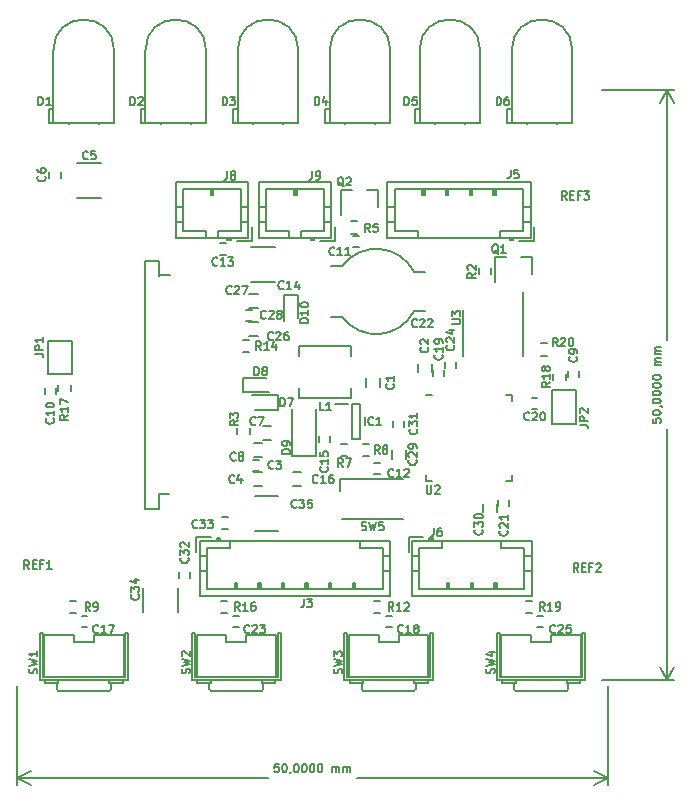
<source format=gbr>
%TF.GenerationSoftware,KiCad,Pcbnew,5.99.0-unknown-0e3c79d3b2~131~ubuntu20.04.1*%
%TF.CreationDate,2021-09-07T14:15:13+02:00*%
%TF.ProjectId,VESC_UI,56455343-5f55-4492-9e6b-696361645f70,v2.0.0*%
%TF.SameCoordinates,Original*%
%TF.FileFunction,Legend,Top*%
%TF.FilePolarity,Positive*%
%FSLAX46Y46*%
G04 Gerber Fmt 4.6, Leading zero omitted, Abs format (unit mm)*
G04 Created by KiCad (PCBNEW 5.99.0-unknown-0e3c79d3b2~131~ubuntu20.04.1) date 2021-09-07 14:15:13*
%MOMM*%
%LPD*%
G01*
G04 APERTURE LIST*
%ADD10C,0.127000*%
%ADD11C,0.200000*%
G04 APERTURE END LIST*
D10*
X136133333Y-132089666D02*
X135800000Y-132089666D01*
X135766666Y-132423000D01*
X135800000Y-132389666D01*
X135866666Y-132356333D01*
X136033333Y-132356333D01*
X136100000Y-132389666D01*
X136133333Y-132423000D01*
X136166666Y-132489666D01*
X136166666Y-132656333D01*
X136133333Y-132723000D01*
X136100000Y-132756333D01*
X136033333Y-132789666D01*
X135866666Y-132789666D01*
X135800000Y-132756333D01*
X135766666Y-132723000D01*
X136600000Y-132089666D02*
X136666666Y-132089666D01*
X136733333Y-132123000D01*
X136766666Y-132156333D01*
X136800000Y-132223000D01*
X136833333Y-132356333D01*
X136833333Y-132523000D01*
X136800000Y-132656333D01*
X136766666Y-132723000D01*
X136733333Y-132756333D01*
X136666666Y-132789666D01*
X136600000Y-132789666D01*
X136533333Y-132756333D01*
X136500000Y-132723000D01*
X136466666Y-132656333D01*
X136433333Y-132523000D01*
X136433333Y-132356333D01*
X136466666Y-132223000D01*
X136500000Y-132156333D01*
X136533333Y-132123000D01*
X136600000Y-132089666D01*
X137166666Y-132756333D02*
X137166666Y-132789666D01*
X137133333Y-132856333D01*
X137100000Y-132889666D01*
X137600000Y-132089666D02*
X137666666Y-132089666D01*
X137733333Y-132123000D01*
X137766666Y-132156333D01*
X137800000Y-132223000D01*
X137833333Y-132356333D01*
X137833333Y-132523000D01*
X137800000Y-132656333D01*
X137766666Y-132723000D01*
X137733333Y-132756333D01*
X137666666Y-132789666D01*
X137600000Y-132789666D01*
X137533333Y-132756333D01*
X137500000Y-132723000D01*
X137466666Y-132656333D01*
X137433333Y-132523000D01*
X137433333Y-132356333D01*
X137466666Y-132223000D01*
X137500000Y-132156333D01*
X137533333Y-132123000D01*
X137600000Y-132089666D01*
X138266666Y-132089666D02*
X138333333Y-132089666D01*
X138400000Y-132123000D01*
X138433333Y-132156333D01*
X138466666Y-132223000D01*
X138500000Y-132356333D01*
X138500000Y-132523000D01*
X138466666Y-132656333D01*
X138433333Y-132723000D01*
X138400000Y-132756333D01*
X138333333Y-132789666D01*
X138266666Y-132789666D01*
X138200000Y-132756333D01*
X138166666Y-132723000D01*
X138133333Y-132656333D01*
X138100000Y-132523000D01*
X138100000Y-132356333D01*
X138133333Y-132223000D01*
X138166666Y-132156333D01*
X138200000Y-132123000D01*
X138266666Y-132089666D01*
X138933333Y-132089666D02*
X139000000Y-132089666D01*
X139066666Y-132123000D01*
X139100000Y-132156333D01*
X139133333Y-132223000D01*
X139166666Y-132356333D01*
X139166666Y-132523000D01*
X139133333Y-132656333D01*
X139100000Y-132723000D01*
X139066666Y-132756333D01*
X139000000Y-132789666D01*
X138933333Y-132789666D01*
X138866666Y-132756333D01*
X138833333Y-132723000D01*
X138800000Y-132656333D01*
X138766666Y-132523000D01*
X138766666Y-132356333D01*
X138800000Y-132223000D01*
X138833333Y-132156333D01*
X138866666Y-132123000D01*
X138933333Y-132089666D01*
X139600000Y-132089666D02*
X139666666Y-132089666D01*
X139733333Y-132123000D01*
X139766666Y-132156333D01*
X139800000Y-132223000D01*
X139833333Y-132356333D01*
X139833333Y-132523000D01*
X139800000Y-132656333D01*
X139766666Y-132723000D01*
X139733333Y-132756333D01*
X139666666Y-132789666D01*
X139600000Y-132789666D01*
X139533333Y-132756333D01*
X139500000Y-132723000D01*
X139466666Y-132656333D01*
X139433333Y-132523000D01*
X139433333Y-132356333D01*
X139466666Y-132223000D01*
X139500000Y-132156333D01*
X139533333Y-132123000D01*
X139600000Y-132089666D01*
X140666666Y-132789666D02*
X140666666Y-132323000D01*
X140666666Y-132389666D02*
X140700000Y-132356333D01*
X140766666Y-132323000D01*
X140866666Y-132323000D01*
X140933333Y-132356333D01*
X140966666Y-132423000D01*
X140966666Y-132789666D01*
X140966666Y-132423000D02*
X141000000Y-132356333D01*
X141066666Y-132323000D01*
X141166666Y-132323000D01*
X141233333Y-132356333D01*
X141266666Y-132423000D01*
X141266666Y-132789666D01*
X141600000Y-132789666D02*
X141600000Y-132323000D01*
X141600000Y-132389666D02*
X141633333Y-132356333D01*
X141700000Y-132323000D01*
X141800000Y-132323000D01*
X141866666Y-132356333D01*
X141900000Y-132423000D01*
X141900000Y-132789666D01*
X141900000Y-132423000D02*
X141933333Y-132356333D01*
X142000000Y-132323000D01*
X142100000Y-132323000D01*
X142166666Y-132356333D01*
X142200000Y-132423000D01*
X142200000Y-132789666D01*
X114000000Y-125500000D02*
X114000000Y-133886420D01*
X164000000Y-125500000D02*
X164000000Y-133886420D01*
X114000000Y-133300000D02*
X135219834Y-133300000D01*
X142780167Y-133300000D02*
X164000000Y-133300000D01*
X114000000Y-133300000D02*
X115126504Y-133886421D01*
X114000000Y-133300000D02*
X115126504Y-132713579D01*
X164000000Y-133300000D02*
X162873496Y-132713579D01*
X164000000Y-133300000D02*
X162873496Y-133886421D01*
X167789666Y-102866666D02*
X167789666Y-103200000D01*
X168123000Y-103233333D01*
X168089666Y-103200000D01*
X168056333Y-103133333D01*
X168056333Y-102966666D01*
X168089666Y-102900000D01*
X168123000Y-102866666D01*
X168189666Y-102833333D01*
X168356333Y-102833333D01*
X168423000Y-102866666D01*
X168456333Y-102900000D01*
X168489666Y-102966666D01*
X168489666Y-103133333D01*
X168456333Y-103200000D01*
X168423000Y-103233333D01*
X167789666Y-102400000D02*
X167789666Y-102333333D01*
X167823000Y-102266666D01*
X167856333Y-102233333D01*
X167923000Y-102200000D01*
X168056333Y-102166666D01*
X168223000Y-102166666D01*
X168356333Y-102200000D01*
X168423000Y-102233333D01*
X168456333Y-102266666D01*
X168489666Y-102333333D01*
X168489666Y-102400000D01*
X168456333Y-102466666D01*
X168423000Y-102500000D01*
X168356333Y-102533333D01*
X168223000Y-102566666D01*
X168056333Y-102566666D01*
X167923000Y-102533333D01*
X167856333Y-102500000D01*
X167823000Y-102466666D01*
X167789666Y-102400000D01*
X168456333Y-101833333D02*
X168489666Y-101833333D01*
X168556333Y-101866666D01*
X168589666Y-101900000D01*
X167789666Y-101400000D02*
X167789666Y-101333333D01*
X167823000Y-101266666D01*
X167856333Y-101233333D01*
X167923000Y-101200000D01*
X168056333Y-101166666D01*
X168223000Y-101166666D01*
X168356333Y-101200000D01*
X168423000Y-101233333D01*
X168456333Y-101266666D01*
X168489666Y-101333333D01*
X168489666Y-101400000D01*
X168456333Y-101466666D01*
X168423000Y-101500000D01*
X168356333Y-101533333D01*
X168223000Y-101566666D01*
X168056333Y-101566666D01*
X167923000Y-101533333D01*
X167856333Y-101500000D01*
X167823000Y-101466666D01*
X167789666Y-101400000D01*
X167789666Y-100733333D02*
X167789666Y-100666666D01*
X167823000Y-100600000D01*
X167856333Y-100566666D01*
X167923000Y-100533333D01*
X168056333Y-100500000D01*
X168223000Y-100500000D01*
X168356333Y-100533333D01*
X168423000Y-100566666D01*
X168456333Y-100600000D01*
X168489666Y-100666666D01*
X168489666Y-100733333D01*
X168456333Y-100800000D01*
X168423000Y-100833333D01*
X168356333Y-100866666D01*
X168223000Y-100900000D01*
X168056333Y-100900000D01*
X167923000Y-100866666D01*
X167856333Y-100833333D01*
X167823000Y-100800000D01*
X167789666Y-100733333D01*
X167789666Y-100066666D02*
X167789666Y-100000000D01*
X167823000Y-99933333D01*
X167856333Y-99900000D01*
X167923000Y-99866666D01*
X168056333Y-99833333D01*
X168223000Y-99833333D01*
X168356333Y-99866666D01*
X168423000Y-99900000D01*
X168456333Y-99933333D01*
X168489666Y-100000000D01*
X168489666Y-100066666D01*
X168456333Y-100133333D01*
X168423000Y-100166666D01*
X168356333Y-100200000D01*
X168223000Y-100233333D01*
X168056333Y-100233333D01*
X167923000Y-100200000D01*
X167856333Y-100166666D01*
X167823000Y-100133333D01*
X167789666Y-100066666D01*
X167789666Y-99400000D02*
X167789666Y-99333333D01*
X167823000Y-99266666D01*
X167856333Y-99233333D01*
X167923000Y-99200000D01*
X168056333Y-99166666D01*
X168223000Y-99166666D01*
X168356333Y-99200000D01*
X168423000Y-99233333D01*
X168456333Y-99266666D01*
X168489666Y-99333333D01*
X168489666Y-99400000D01*
X168456333Y-99466666D01*
X168423000Y-99500000D01*
X168356333Y-99533333D01*
X168223000Y-99566666D01*
X168056333Y-99566666D01*
X167923000Y-99533333D01*
X167856333Y-99500000D01*
X167823000Y-99466666D01*
X167789666Y-99400000D01*
X168489666Y-98333333D02*
X168023000Y-98333333D01*
X168089666Y-98333333D02*
X168056333Y-98300000D01*
X168023000Y-98233333D01*
X168023000Y-98133333D01*
X168056333Y-98066666D01*
X168123000Y-98033333D01*
X168489666Y-98033333D01*
X168123000Y-98033333D02*
X168056333Y-98000000D01*
X168023000Y-97933333D01*
X168023000Y-97833333D01*
X168056333Y-97766666D01*
X168123000Y-97733333D01*
X168489666Y-97733333D01*
X168489666Y-97400000D02*
X168023000Y-97400000D01*
X168089666Y-97400000D02*
X168056333Y-97366666D01*
X168023000Y-97300000D01*
X168023000Y-97200000D01*
X168056333Y-97133333D01*
X168123000Y-97100000D01*
X168489666Y-97100000D01*
X168123000Y-97100000D02*
X168056333Y-97066666D01*
X168023000Y-97000000D01*
X168023000Y-96900000D01*
X168056333Y-96833333D01*
X168123000Y-96800000D01*
X168489666Y-96800000D01*
X163500000Y-75000000D02*
X169586420Y-75000000D01*
X163500000Y-125000000D02*
X169586420Y-125000000D01*
X169000000Y-75000000D02*
X169000000Y-96219833D01*
X169000000Y-103780166D02*
X169000000Y-125000000D01*
X169000000Y-75000000D02*
X168413579Y-76126504D01*
X169000000Y-75000000D02*
X169586421Y-76126504D01*
X169000000Y-125000000D02*
X169586421Y-123873496D01*
X169000000Y-125000000D02*
X168413579Y-123873496D01*
%TO.C,REF2*%
X161516666Y-115816666D02*
X161283333Y-115483333D01*
X161116666Y-115816666D02*
X161116666Y-115116666D01*
X161383333Y-115116666D01*
X161450000Y-115150000D01*
X161483333Y-115183333D01*
X161516666Y-115250000D01*
X161516666Y-115350000D01*
X161483333Y-115416666D01*
X161450000Y-115450000D01*
X161383333Y-115483333D01*
X161116666Y-115483333D01*
X161816666Y-115450000D02*
X162050000Y-115450000D01*
X162150000Y-115816666D02*
X161816666Y-115816666D01*
X161816666Y-115116666D01*
X162150000Y-115116666D01*
X162683333Y-115450000D02*
X162450000Y-115450000D01*
X162450000Y-115816666D02*
X162450000Y-115116666D01*
X162783333Y-115116666D01*
X163016666Y-115183333D02*
X163050000Y-115150000D01*
X163116666Y-115116666D01*
X163283333Y-115116666D01*
X163350000Y-115150000D01*
X163383333Y-115183333D01*
X163416666Y-115250000D01*
X163416666Y-115316666D01*
X163383333Y-115416666D01*
X162983333Y-115816666D01*
X163416666Y-115816666D01*
%TO.C,REF3*%
X160516666Y-84316666D02*
X160283333Y-83983333D01*
X160116666Y-84316666D02*
X160116666Y-83616666D01*
X160383333Y-83616666D01*
X160450000Y-83650000D01*
X160483333Y-83683333D01*
X160516666Y-83750000D01*
X160516666Y-83850000D01*
X160483333Y-83916666D01*
X160450000Y-83950000D01*
X160383333Y-83983333D01*
X160116666Y-83983333D01*
X160816666Y-83950000D02*
X161050000Y-83950000D01*
X161150000Y-84316666D02*
X160816666Y-84316666D01*
X160816666Y-83616666D01*
X161150000Y-83616666D01*
X161683333Y-83950000D02*
X161450000Y-83950000D01*
X161450000Y-84316666D02*
X161450000Y-83616666D01*
X161783333Y-83616666D01*
X161983333Y-83616666D02*
X162416666Y-83616666D01*
X162183333Y-83883333D01*
X162283333Y-83883333D01*
X162350000Y-83916666D01*
X162383333Y-83950000D01*
X162416666Y-84016666D01*
X162416666Y-84183333D01*
X162383333Y-84250000D01*
X162350000Y-84283333D01*
X162283333Y-84316666D01*
X162083333Y-84316666D01*
X162016666Y-84283333D01*
X161983333Y-84250000D01*
%TO.C,REF1*%
X115016666Y-115566666D02*
X114783333Y-115233333D01*
X114616666Y-115566666D02*
X114616666Y-114866666D01*
X114883333Y-114866666D01*
X114950000Y-114900000D01*
X114983333Y-114933333D01*
X115016666Y-115000000D01*
X115016666Y-115100000D01*
X114983333Y-115166666D01*
X114950000Y-115200000D01*
X114883333Y-115233333D01*
X114616666Y-115233333D01*
X115316666Y-115200000D02*
X115550000Y-115200000D01*
X115650000Y-115566666D02*
X115316666Y-115566666D01*
X115316666Y-114866666D01*
X115650000Y-114866666D01*
X116183333Y-115200000D02*
X115950000Y-115200000D01*
X115950000Y-115566666D02*
X115950000Y-114866666D01*
X116283333Y-114866666D01*
X116916666Y-115566666D02*
X116516666Y-115566666D01*
X116716666Y-115566666D02*
X116716666Y-114866666D01*
X116650000Y-114966666D01*
X116583333Y-115033333D01*
X116516666Y-115066666D01*
%TO.C,D6*%
X154583333Y-76316666D02*
X154583333Y-75616666D01*
X154750000Y-75616666D01*
X154850000Y-75650000D01*
X154916666Y-75716666D01*
X154950000Y-75783333D01*
X154983333Y-75916666D01*
X154983333Y-76016666D01*
X154950000Y-76150000D01*
X154916666Y-76216666D01*
X154850000Y-76283333D01*
X154750000Y-76316666D01*
X154583333Y-76316666D01*
X155583333Y-75616666D02*
X155450000Y-75616666D01*
X155383333Y-75650000D01*
X155350000Y-75683333D01*
X155283333Y-75783333D01*
X155250000Y-75916666D01*
X155250000Y-76183333D01*
X155283333Y-76250000D01*
X155316666Y-76283333D01*
X155383333Y-76316666D01*
X155516666Y-76316666D01*
X155583333Y-76283333D01*
X155616666Y-76250000D01*
X155650000Y-76183333D01*
X155650000Y-76016666D01*
X155616666Y-75950000D01*
X155583333Y-75916666D01*
X155516666Y-75883333D01*
X155383333Y-75883333D01*
X155316666Y-75916666D01*
X155283333Y-75950000D01*
X155250000Y-76016666D01*
%TO.C,D3*%
X131383333Y-76316666D02*
X131383333Y-75616666D01*
X131550000Y-75616666D01*
X131650000Y-75650000D01*
X131716666Y-75716666D01*
X131750000Y-75783333D01*
X131783333Y-75916666D01*
X131783333Y-76016666D01*
X131750000Y-76150000D01*
X131716666Y-76216666D01*
X131650000Y-76283333D01*
X131550000Y-76316666D01*
X131383333Y-76316666D01*
X132016666Y-75616666D02*
X132450000Y-75616666D01*
X132216666Y-75883333D01*
X132316666Y-75883333D01*
X132383333Y-75916666D01*
X132416666Y-75950000D01*
X132450000Y-76016666D01*
X132450000Y-76183333D01*
X132416666Y-76250000D01*
X132383333Y-76283333D01*
X132316666Y-76316666D01*
X132116666Y-76316666D01*
X132050000Y-76283333D01*
X132016666Y-76250000D01*
%TO.C,C12*%
X145850000Y-107750000D02*
X145816666Y-107783333D01*
X145716666Y-107816666D01*
X145650000Y-107816666D01*
X145550000Y-107783333D01*
X145483333Y-107716666D01*
X145450000Y-107650000D01*
X145416666Y-107516666D01*
X145416666Y-107416666D01*
X145450000Y-107283333D01*
X145483333Y-107216666D01*
X145550000Y-107150000D01*
X145650000Y-107116666D01*
X145716666Y-107116666D01*
X145816666Y-107150000D01*
X145850000Y-107183333D01*
X146516666Y-107816666D02*
X146116666Y-107816666D01*
X146316666Y-107816666D02*
X146316666Y-107116666D01*
X146250000Y-107216666D01*
X146183333Y-107283333D01*
X146116666Y-107316666D01*
X146783333Y-107183333D02*
X146816666Y-107150000D01*
X146883333Y-107116666D01*
X147050000Y-107116666D01*
X147116666Y-107150000D01*
X147150000Y-107183333D01*
X147183333Y-107250000D01*
X147183333Y-107316666D01*
X147150000Y-107416666D01*
X146750000Y-107816666D01*
X147183333Y-107816666D01*
%TO.C,C19*%
X149950000Y-97450000D02*
X149983333Y-97483333D01*
X150016666Y-97583333D01*
X150016666Y-97650000D01*
X149983333Y-97750000D01*
X149916666Y-97816666D01*
X149850000Y-97850000D01*
X149716666Y-97883333D01*
X149616666Y-97883333D01*
X149483333Y-97850000D01*
X149416666Y-97816666D01*
X149350000Y-97750000D01*
X149316666Y-97650000D01*
X149316666Y-97583333D01*
X149350000Y-97483333D01*
X149383333Y-97450000D01*
X150016666Y-96783333D02*
X150016666Y-97183333D01*
X150016666Y-96983333D02*
X149316666Y-96983333D01*
X149416666Y-97050000D01*
X149483333Y-97116666D01*
X149516666Y-97183333D01*
X150016666Y-96450000D02*
X150016666Y-96316666D01*
X149983333Y-96250000D01*
X149950000Y-96216666D01*
X149850000Y-96150000D01*
X149716666Y-96116666D01*
X149450000Y-96116666D01*
X149383333Y-96150000D01*
X149350000Y-96183333D01*
X149316666Y-96250000D01*
X149316666Y-96383333D01*
X149350000Y-96450000D01*
X149383333Y-96483333D01*
X149450000Y-96516666D01*
X149616666Y-96516666D01*
X149683333Y-96483333D01*
X149716666Y-96450000D01*
X149750000Y-96383333D01*
X149750000Y-96250000D01*
X149716666Y-96183333D01*
X149683333Y-96150000D01*
X149616666Y-96116666D01*
%TO.C,D1*%
X115783333Y-76316666D02*
X115783333Y-75616666D01*
X115950000Y-75616666D01*
X116050000Y-75650000D01*
X116116666Y-75716666D01*
X116150000Y-75783333D01*
X116183333Y-75916666D01*
X116183333Y-76016666D01*
X116150000Y-76150000D01*
X116116666Y-76216666D01*
X116050000Y-76283333D01*
X115950000Y-76316666D01*
X115783333Y-76316666D01*
X116850000Y-76316666D02*
X116450000Y-76316666D01*
X116650000Y-76316666D02*
X116650000Y-75616666D01*
X116583333Y-75716666D01*
X116516666Y-75783333D01*
X116450000Y-75816666D01*
%TO.C,D2*%
X123583333Y-76316666D02*
X123583333Y-75616666D01*
X123750000Y-75616666D01*
X123850000Y-75650000D01*
X123916666Y-75716666D01*
X123950000Y-75783333D01*
X123983333Y-75916666D01*
X123983333Y-76016666D01*
X123950000Y-76150000D01*
X123916666Y-76216666D01*
X123850000Y-76283333D01*
X123750000Y-76316666D01*
X123583333Y-76316666D01*
X124250000Y-75683333D02*
X124283333Y-75650000D01*
X124350000Y-75616666D01*
X124516666Y-75616666D01*
X124583333Y-75650000D01*
X124616666Y-75683333D01*
X124650000Y-75750000D01*
X124650000Y-75816666D01*
X124616666Y-75916666D01*
X124216666Y-76316666D01*
X124650000Y-76316666D01*
%TO.C,D4*%
X139183333Y-76316666D02*
X139183333Y-75616666D01*
X139350000Y-75616666D01*
X139450000Y-75650000D01*
X139516666Y-75716666D01*
X139550000Y-75783333D01*
X139583333Y-75916666D01*
X139583333Y-76016666D01*
X139550000Y-76150000D01*
X139516666Y-76216666D01*
X139450000Y-76283333D01*
X139350000Y-76316666D01*
X139183333Y-76316666D01*
X140183333Y-75850000D02*
X140183333Y-76316666D01*
X140016666Y-75583333D02*
X139850000Y-76083333D01*
X140283333Y-76083333D01*
%TO.C,D5*%
X146783333Y-76316666D02*
X146783333Y-75616666D01*
X146950000Y-75616666D01*
X147050000Y-75650000D01*
X147116666Y-75716666D01*
X147150000Y-75783333D01*
X147183333Y-75916666D01*
X147183333Y-76016666D01*
X147150000Y-76150000D01*
X147116666Y-76216666D01*
X147050000Y-76283333D01*
X146950000Y-76316666D01*
X146783333Y-76316666D01*
X147816666Y-75616666D02*
X147483333Y-75616666D01*
X147450000Y-75950000D01*
X147483333Y-75916666D01*
X147550000Y-75883333D01*
X147716666Y-75883333D01*
X147783333Y-75916666D01*
X147816666Y-75950000D01*
X147850000Y-76016666D01*
X147850000Y-76183333D01*
X147816666Y-76250000D01*
X147783333Y-76283333D01*
X147716666Y-76316666D01*
X147550000Y-76316666D01*
X147483333Y-76283333D01*
X147450000Y-76250000D01*
%TO.C,D10*%
X138641666Y-94750000D02*
X137941666Y-94750000D01*
X137941666Y-94583333D01*
X137975000Y-94483333D01*
X138041666Y-94416666D01*
X138108333Y-94383333D01*
X138241666Y-94350000D01*
X138341666Y-94350000D01*
X138475000Y-94383333D01*
X138541666Y-94416666D01*
X138608333Y-94483333D01*
X138641666Y-94583333D01*
X138641666Y-94750000D01*
X138641666Y-93683333D02*
X138641666Y-94083333D01*
X138641666Y-93883333D02*
X137941666Y-93883333D01*
X138041666Y-93950000D01*
X138108333Y-94016666D01*
X138141666Y-94083333D01*
X137941666Y-93250000D02*
X137941666Y-93183333D01*
X137975000Y-93116666D01*
X138008333Y-93083333D01*
X138075000Y-93050000D01*
X138208333Y-93016666D01*
X138375000Y-93016666D01*
X138508333Y-93050000D01*
X138575000Y-93083333D01*
X138608333Y-93116666D01*
X138641666Y-93183333D01*
X138641666Y-93250000D01*
X138608333Y-93316666D01*
X138575000Y-93350000D01*
X138508333Y-93383333D01*
X138375000Y-93416666D01*
X138208333Y-93416666D01*
X138075000Y-93383333D01*
X138008333Y-93350000D01*
X137975000Y-93316666D01*
X137941666Y-93250000D01*
%TO.C,J5*%
X155766666Y-81816666D02*
X155766666Y-82316666D01*
X155733333Y-82416666D01*
X155666666Y-82483333D01*
X155566666Y-82516666D01*
X155500000Y-82516666D01*
X156433333Y-81816666D02*
X156100000Y-81816666D01*
X156066666Y-82150000D01*
X156100000Y-82116666D01*
X156166666Y-82083333D01*
X156333333Y-82083333D01*
X156400000Y-82116666D01*
X156433333Y-82150000D01*
X156466666Y-82216666D01*
X156466666Y-82383333D01*
X156433333Y-82450000D01*
X156400000Y-82483333D01*
X156333333Y-82516666D01*
X156166666Y-82516666D01*
X156100000Y-82483333D01*
X156066666Y-82450000D01*
%TO.C,J6*%
X149266666Y-112116666D02*
X149266666Y-112616666D01*
X149233333Y-112716666D01*
X149166666Y-112783333D01*
X149066666Y-112816666D01*
X149000000Y-112816666D01*
X149900000Y-112116666D02*
X149766666Y-112116666D01*
X149700000Y-112150000D01*
X149666666Y-112183333D01*
X149600000Y-112283333D01*
X149566666Y-112416666D01*
X149566666Y-112683333D01*
X149600000Y-112750000D01*
X149633333Y-112783333D01*
X149700000Y-112816666D01*
X149833333Y-112816666D01*
X149900000Y-112783333D01*
X149933333Y-112750000D01*
X149966666Y-112683333D01*
X149966666Y-112516666D01*
X149933333Y-112450000D01*
X149900000Y-112416666D01*
X149833333Y-112383333D01*
X149700000Y-112383333D01*
X149633333Y-112416666D01*
X149600000Y-112450000D01*
X149566666Y-112516666D01*
%TO.C,R3*%
X132716666Y-103016666D02*
X132383333Y-103250000D01*
X132716666Y-103416666D02*
X132016666Y-103416666D01*
X132016666Y-103150000D01*
X132050000Y-103083333D01*
X132083333Y-103050000D01*
X132150000Y-103016666D01*
X132250000Y-103016666D01*
X132316666Y-103050000D01*
X132350000Y-103083333D01*
X132383333Y-103150000D01*
X132383333Y-103416666D01*
X132016666Y-102783333D02*
X132016666Y-102350000D01*
X132283333Y-102583333D01*
X132283333Y-102483333D01*
X132316666Y-102416666D01*
X132350000Y-102383333D01*
X132416666Y-102350000D01*
X132583333Y-102350000D01*
X132650000Y-102383333D01*
X132683333Y-102416666D01*
X132716666Y-102483333D01*
X132716666Y-102683333D01*
X132683333Y-102750000D01*
X132650000Y-102783333D01*
%TO.C,R5*%
X143883333Y-87041666D02*
X143650000Y-86708333D01*
X143483333Y-87041666D02*
X143483333Y-86341666D01*
X143750000Y-86341666D01*
X143816666Y-86375000D01*
X143850000Y-86408333D01*
X143883333Y-86475000D01*
X143883333Y-86575000D01*
X143850000Y-86641666D01*
X143816666Y-86675000D01*
X143750000Y-86708333D01*
X143483333Y-86708333D01*
X144516666Y-86341666D02*
X144183333Y-86341666D01*
X144150000Y-86675000D01*
X144183333Y-86641666D01*
X144250000Y-86608333D01*
X144416666Y-86608333D01*
X144483333Y-86641666D01*
X144516666Y-86675000D01*
X144550000Y-86741666D01*
X144550000Y-86908333D01*
X144516666Y-86975000D01*
X144483333Y-87008333D01*
X144416666Y-87041666D01*
X144250000Y-87041666D01*
X144183333Y-87008333D01*
X144150000Y-86975000D01*
%TO.C,R12*%
X145850000Y-119116666D02*
X145616666Y-118783333D01*
X145450000Y-119116666D02*
X145450000Y-118416666D01*
X145716666Y-118416666D01*
X145783333Y-118450000D01*
X145816666Y-118483333D01*
X145850000Y-118550000D01*
X145850000Y-118650000D01*
X145816666Y-118716666D01*
X145783333Y-118750000D01*
X145716666Y-118783333D01*
X145450000Y-118783333D01*
X146516666Y-119116666D02*
X146116666Y-119116666D01*
X146316666Y-119116666D02*
X146316666Y-118416666D01*
X146250000Y-118516666D01*
X146183333Y-118583333D01*
X146116666Y-118616666D01*
X146783333Y-118483333D02*
X146816666Y-118450000D01*
X146883333Y-118416666D01*
X147050000Y-118416666D01*
X147116666Y-118450000D01*
X147150000Y-118483333D01*
X147183333Y-118550000D01*
X147183333Y-118616666D01*
X147150000Y-118716666D01*
X146750000Y-119116666D01*
X147183333Y-119116666D01*
%TO.C,U2*%
X148666666Y-108516666D02*
X148666666Y-109083333D01*
X148700000Y-109150000D01*
X148733333Y-109183333D01*
X148800000Y-109216666D01*
X148933333Y-109216666D01*
X149000000Y-109183333D01*
X149033333Y-109150000D01*
X149066666Y-109083333D01*
X149066666Y-108516666D01*
X149366666Y-108583333D02*
X149400000Y-108550000D01*
X149466666Y-108516666D01*
X149633333Y-108516666D01*
X149700000Y-108550000D01*
X149733333Y-108583333D01*
X149766666Y-108650000D01*
X149766666Y-108716666D01*
X149733333Y-108816666D01*
X149333333Y-109216666D01*
X149766666Y-109216666D01*
%TO.C,J8*%
X131766666Y-81916666D02*
X131766666Y-82416666D01*
X131733333Y-82516666D01*
X131666666Y-82583333D01*
X131566666Y-82616666D01*
X131500000Y-82616666D01*
X132200000Y-82216666D02*
X132133333Y-82183333D01*
X132100000Y-82150000D01*
X132066666Y-82083333D01*
X132066666Y-82050000D01*
X132100000Y-81983333D01*
X132133333Y-81950000D01*
X132200000Y-81916666D01*
X132333333Y-81916666D01*
X132400000Y-81950000D01*
X132433333Y-81983333D01*
X132466666Y-82050000D01*
X132466666Y-82083333D01*
X132433333Y-82150000D01*
X132400000Y-82183333D01*
X132333333Y-82216666D01*
X132200000Y-82216666D01*
X132133333Y-82250000D01*
X132100000Y-82283333D01*
X132066666Y-82350000D01*
X132066666Y-82483333D01*
X132100000Y-82550000D01*
X132133333Y-82583333D01*
X132200000Y-82616666D01*
X132333333Y-82616666D01*
X132400000Y-82583333D01*
X132433333Y-82550000D01*
X132466666Y-82483333D01*
X132466666Y-82350000D01*
X132433333Y-82283333D01*
X132400000Y-82250000D01*
X132333333Y-82216666D01*
%TO.C,J3*%
X138266666Y-118116666D02*
X138266666Y-118616666D01*
X138233333Y-118716666D01*
X138166666Y-118783333D01*
X138066666Y-118816666D01*
X138000000Y-118816666D01*
X138533333Y-118116666D02*
X138966666Y-118116666D01*
X138733333Y-118383333D01*
X138833333Y-118383333D01*
X138900000Y-118416666D01*
X138933333Y-118450000D01*
X138966666Y-118516666D01*
X138966666Y-118683333D01*
X138933333Y-118750000D01*
X138900000Y-118783333D01*
X138833333Y-118816666D01*
X138633333Y-118816666D01*
X138566666Y-118783333D01*
X138533333Y-118750000D01*
%TO.C,R2*%
X152816666Y-90516666D02*
X152483333Y-90750000D01*
X152816666Y-90916666D02*
X152116666Y-90916666D01*
X152116666Y-90650000D01*
X152150000Y-90583333D01*
X152183333Y-90550000D01*
X152250000Y-90516666D01*
X152350000Y-90516666D01*
X152416666Y-90550000D01*
X152450000Y-90583333D01*
X152483333Y-90650000D01*
X152483333Y-90916666D01*
X152183333Y-90250000D02*
X152150000Y-90216666D01*
X152116666Y-90150000D01*
X152116666Y-89983333D01*
X152150000Y-89916666D01*
X152183333Y-89883333D01*
X152250000Y-89850000D01*
X152316666Y-89850000D01*
X152416666Y-89883333D01*
X152816666Y-90283333D01*
X152816666Y-89850000D01*
%TO.C,R14*%
X134650000Y-97016666D02*
X134416666Y-96683333D01*
X134250000Y-97016666D02*
X134250000Y-96316666D01*
X134516666Y-96316666D01*
X134583333Y-96350000D01*
X134616666Y-96383333D01*
X134650000Y-96450000D01*
X134650000Y-96550000D01*
X134616666Y-96616666D01*
X134583333Y-96650000D01*
X134516666Y-96683333D01*
X134250000Y-96683333D01*
X135316666Y-97016666D02*
X134916666Y-97016666D01*
X135116666Y-97016666D02*
X135116666Y-96316666D01*
X135050000Y-96416666D01*
X134983333Y-96483333D01*
X134916666Y-96516666D01*
X135916666Y-96550000D02*
X135916666Y-97016666D01*
X135750000Y-96283333D02*
X135583333Y-96783333D01*
X136016666Y-96783333D01*
%TO.C,C2*%
X148750000Y-96816666D02*
X148783333Y-96850000D01*
X148816666Y-96950000D01*
X148816666Y-97016666D01*
X148783333Y-97116666D01*
X148716666Y-97183333D01*
X148650000Y-97216666D01*
X148516666Y-97250000D01*
X148416666Y-97250000D01*
X148283333Y-97216666D01*
X148216666Y-97183333D01*
X148150000Y-97116666D01*
X148116666Y-97016666D01*
X148116666Y-96950000D01*
X148150000Y-96850000D01*
X148183333Y-96816666D01*
X148183333Y-96550000D02*
X148150000Y-96516666D01*
X148116666Y-96450000D01*
X148116666Y-96283333D01*
X148150000Y-96216666D01*
X148183333Y-96183333D01*
X148250000Y-96150000D01*
X148316666Y-96150000D01*
X148416666Y-96183333D01*
X148816666Y-96583333D01*
X148816666Y-96150000D01*
%TO.C,R9*%
X120183333Y-119116666D02*
X119950000Y-118783333D01*
X119783333Y-119116666D02*
X119783333Y-118416666D01*
X120050000Y-118416666D01*
X120116666Y-118450000D01*
X120150000Y-118483333D01*
X120183333Y-118550000D01*
X120183333Y-118650000D01*
X120150000Y-118716666D01*
X120116666Y-118750000D01*
X120050000Y-118783333D01*
X119783333Y-118783333D01*
X120516666Y-119116666D02*
X120650000Y-119116666D01*
X120716666Y-119083333D01*
X120750000Y-119050000D01*
X120816666Y-118950000D01*
X120850000Y-118816666D01*
X120850000Y-118550000D01*
X120816666Y-118483333D01*
X120783333Y-118450000D01*
X120716666Y-118416666D01*
X120583333Y-118416666D01*
X120516666Y-118450000D01*
X120483333Y-118483333D01*
X120450000Y-118550000D01*
X120450000Y-118716666D01*
X120483333Y-118783333D01*
X120516666Y-118816666D01*
X120583333Y-118850000D01*
X120716666Y-118850000D01*
X120783333Y-118816666D01*
X120816666Y-118783333D01*
X120850000Y-118716666D01*
%TO.C,R7*%
X141583333Y-106916666D02*
X141350000Y-106583333D01*
X141183333Y-106916666D02*
X141183333Y-106216666D01*
X141450000Y-106216666D01*
X141516666Y-106250000D01*
X141550000Y-106283333D01*
X141583333Y-106350000D01*
X141583333Y-106450000D01*
X141550000Y-106516666D01*
X141516666Y-106550000D01*
X141450000Y-106583333D01*
X141183333Y-106583333D01*
X141816666Y-106216666D02*
X142283333Y-106216666D01*
X141983333Y-106916666D01*
%TO.C,J9*%
X138966666Y-81916666D02*
X138966666Y-82416666D01*
X138933333Y-82516666D01*
X138866666Y-82583333D01*
X138766666Y-82616666D01*
X138700000Y-82616666D01*
X139333333Y-82616666D02*
X139466666Y-82616666D01*
X139533333Y-82583333D01*
X139566666Y-82550000D01*
X139633333Y-82450000D01*
X139666666Y-82316666D01*
X139666666Y-82050000D01*
X139633333Y-81983333D01*
X139600000Y-81950000D01*
X139533333Y-81916666D01*
X139400000Y-81916666D01*
X139333333Y-81950000D01*
X139300000Y-81983333D01*
X139266666Y-82050000D01*
X139266666Y-82216666D01*
X139300000Y-82283333D01*
X139333333Y-82316666D01*
X139400000Y-82350000D01*
X139533333Y-82350000D01*
X139600000Y-82316666D01*
X139633333Y-82283333D01*
X139666666Y-82216666D01*
%TO.C,C18*%
X146650000Y-120950000D02*
X146616666Y-120983333D01*
X146516666Y-121016666D01*
X146450000Y-121016666D01*
X146350000Y-120983333D01*
X146283333Y-120916666D01*
X146250000Y-120850000D01*
X146216666Y-120716666D01*
X146216666Y-120616666D01*
X146250000Y-120483333D01*
X146283333Y-120416666D01*
X146350000Y-120350000D01*
X146450000Y-120316666D01*
X146516666Y-120316666D01*
X146616666Y-120350000D01*
X146650000Y-120383333D01*
X147316666Y-121016666D02*
X146916666Y-121016666D01*
X147116666Y-121016666D02*
X147116666Y-120316666D01*
X147050000Y-120416666D01*
X146983333Y-120483333D01*
X146916666Y-120516666D01*
X147716666Y-120616666D02*
X147650000Y-120583333D01*
X147616666Y-120550000D01*
X147583333Y-120483333D01*
X147583333Y-120450000D01*
X147616666Y-120383333D01*
X147650000Y-120350000D01*
X147716666Y-120316666D01*
X147850000Y-120316666D01*
X147916666Y-120350000D01*
X147950000Y-120383333D01*
X147983333Y-120450000D01*
X147983333Y-120483333D01*
X147950000Y-120550000D01*
X147916666Y-120583333D01*
X147850000Y-120616666D01*
X147716666Y-120616666D01*
X147650000Y-120650000D01*
X147616666Y-120683333D01*
X147583333Y-120750000D01*
X147583333Y-120883333D01*
X147616666Y-120950000D01*
X147650000Y-120983333D01*
X147716666Y-121016666D01*
X147850000Y-121016666D01*
X147916666Y-120983333D01*
X147950000Y-120950000D01*
X147983333Y-120883333D01*
X147983333Y-120750000D01*
X147950000Y-120683333D01*
X147916666Y-120650000D01*
X147850000Y-120616666D01*
%TO.C,R8*%
X144683333Y-105816666D02*
X144450000Y-105483333D01*
X144283333Y-105816666D02*
X144283333Y-105116666D01*
X144550000Y-105116666D01*
X144616666Y-105150000D01*
X144650000Y-105183333D01*
X144683333Y-105250000D01*
X144683333Y-105350000D01*
X144650000Y-105416666D01*
X144616666Y-105450000D01*
X144550000Y-105483333D01*
X144283333Y-105483333D01*
X145083333Y-105416666D02*
X145016666Y-105383333D01*
X144983333Y-105350000D01*
X144950000Y-105283333D01*
X144950000Y-105250000D01*
X144983333Y-105183333D01*
X145016666Y-105150000D01*
X145083333Y-105116666D01*
X145216666Y-105116666D01*
X145283333Y-105150000D01*
X145316666Y-105183333D01*
X145350000Y-105250000D01*
X145350000Y-105283333D01*
X145316666Y-105350000D01*
X145283333Y-105383333D01*
X145216666Y-105416666D01*
X145083333Y-105416666D01*
X145016666Y-105450000D01*
X144983333Y-105483333D01*
X144950000Y-105550000D01*
X144950000Y-105683333D01*
X144983333Y-105750000D01*
X145016666Y-105783333D01*
X145083333Y-105816666D01*
X145216666Y-105816666D01*
X145283333Y-105783333D01*
X145316666Y-105750000D01*
X145350000Y-105683333D01*
X145350000Y-105550000D01*
X145316666Y-105483333D01*
X145283333Y-105450000D01*
X145216666Y-105416666D01*
%TO.C,C1*%
X145850000Y-99916666D02*
X145883333Y-99950000D01*
X145916666Y-100050000D01*
X145916666Y-100116666D01*
X145883333Y-100216666D01*
X145816666Y-100283333D01*
X145750000Y-100316666D01*
X145616666Y-100350000D01*
X145516666Y-100350000D01*
X145383333Y-100316666D01*
X145316666Y-100283333D01*
X145250000Y-100216666D01*
X145216666Y-100116666D01*
X145216666Y-100050000D01*
X145250000Y-99950000D01*
X145283333Y-99916666D01*
X145916666Y-99250000D02*
X145916666Y-99650000D01*
X145916666Y-99450000D02*
X145216666Y-99450000D01*
X145316666Y-99516666D01*
X145383333Y-99583333D01*
X145416666Y-99650000D01*
%TO.C,Q2*%
X141633333Y-83183333D02*
X141566666Y-83150000D01*
X141500000Y-83083333D01*
X141400000Y-82983333D01*
X141333333Y-82950000D01*
X141266666Y-82950000D01*
X141300000Y-83116666D02*
X141233333Y-83083333D01*
X141166666Y-83016666D01*
X141133333Y-82883333D01*
X141133333Y-82650000D01*
X141166666Y-82516666D01*
X141233333Y-82450000D01*
X141300000Y-82416666D01*
X141433333Y-82416666D01*
X141500000Y-82450000D01*
X141566666Y-82516666D01*
X141600000Y-82650000D01*
X141600000Y-82883333D01*
X141566666Y-83016666D01*
X141500000Y-83083333D01*
X141433333Y-83116666D01*
X141300000Y-83116666D01*
X141866666Y-82483333D02*
X141900000Y-82450000D01*
X141966666Y-82416666D01*
X142133333Y-82416666D01*
X142200000Y-82450000D01*
X142233333Y-82483333D01*
X142266666Y-82550000D01*
X142266666Y-82616666D01*
X142233333Y-82716666D01*
X141833333Y-83116666D01*
X142266666Y-83116666D01*
%TO.C,JP1*%
X115516666Y-97383333D02*
X116016666Y-97383333D01*
X116116666Y-97416666D01*
X116183333Y-97483333D01*
X116216666Y-97583333D01*
X116216666Y-97650000D01*
X116216666Y-97050000D02*
X115516666Y-97050000D01*
X115516666Y-96783333D01*
X115550000Y-96716666D01*
X115583333Y-96683333D01*
X115650000Y-96650000D01*
X115750000Y-96650000D01*
X115816666Y-96683333D01*
X115850000Y-96716666D01*
X115883333Y-96783333D01*
X115883333Y-97050000D01*
X116216666Y-95983333D02*
X116216666Y-96383333D01*
X116216666Y-96183333D02*
X115516666Y-96183333D01*
X115616666Y-96250000D01*
X115683333Y-96316666D01*
X115716666Y-96383333D01*
%TO.C,JP2*%
X161616666Y-103383333D02*
X162116666Y-103383333D01*
X162216666Y-103416666D01*
X162283333Y-103483333D01*
X162316666Y-103583333D01*
X162316666Y-103650000D01*
X162316666Y-103050000D02*
X161616666Y-103050000D01*
X161616666Y-102783333D01*
X161650000Y-102716666D01*
X161683333Y-102683333D01*
X161750000Y-102650000D01*
X161850000Y-102650000D01*
X161916666Y-102683333D01*
X161950000Y-102716666D01*
X161983333Y-102783333D01*
X161983333Y-103050000D01*
X161683333Y-102383333D02*
X161650000Y-102350000D01*
X161616666Y-102283333D01*
X161616666Y-102116666D01*
X161650000Y-102050000D01*
X161683333Y-102016666D01*
X161750000Y-101983333D01*
X161816666Y-101983333D01*
X161916666Y-102016666D01*
X162316666Y-102416666D01*
X162316666Y-101983333D01*
%TO.C,U3*%
X150816666Y-94833333D02*
X151383333Y-94833333D01*
X151450000Y-94800000D01*
X151483333Y-94766666D01*
X151516666Y-94700000D01*
X151516666Y-94566666D01*
X151483333Y-94500000D01*
X151450000Y-94466666D01*
X151383333Y-94433333D01*
X150816666Y-94433333D01*
X150816666Y-94166666D02*
X150816666Y-93733333D01*
X151083333Y-93966666D01*
X151083333Y-93866666D01*
X151116666Y-93800000D01*
X151150000Y-93766666D01*
X151216666Y-93733333D01*
X151383333Y-93733333D01*
X151450000Y-93766666D01*
X151483333Y-93800000D01*
X151516666Y-93866666D01*
X151516666Y-94066666D01*
X151483333Y-94133333D01*
X151450000Y-94166666D01*
%TO.C,C9*%
X161350000Y-97616666D02*
X161383333Y-97650000D01*
X161416666Y-97750000D01*
X161416666Y-97816666D01*
X161383333Y-97916666D01*
X161316666Y-97983333D01*
X161250000Y-98016666D01*
X161116666Y-98050000D01*
X161016666Y-98050000D01*
X160883333Y-98016666D01*
X160816666Y-97983333D01*
X160750000Y-97916666D01*
X160716666Y-97816666D01*
X160716666Y-97750000D01*
X160750000Y-97650000D01*
X160783333Y-97616666D01*
X161416666Y-97283333D02*
X161416666Y-97150000D01*
X161383333Y-97083333D01*
X161350000Y-97050000D01*
X161250000Y-96983333D01*
X161116666Y-96950000D01*
X160850000Y-96950000D01*
X160783333Y-96983333D01*
X160750000Y-97016666D01*
X160716666Y-97083333D01*
X160716666Y-97216666D01*
X160750000Y-97283333D01*
X160783333Y-97316666D01*
X160850000Y-97350000D01*
X161016666Y-97350000D01*
X161083333Y-97316666D01*
X161116666Y-97283333D01*
X161150000Y-97216666D01*
X161150000Y-97083333D01*
X161116666Y-97016666D01*
X161083333Y-96983333D01*
X161016666Y-96950000D01*
%TO.C,C15*%
X140250000Y-106950000D02*
X140283333Y-106983333D01*
X140316666Y-107083333D01*
X140316666Y-107150000D01*
X140283333Y-107250000D01*
X140216666Y-107316666D01*
X140150000Y-107350000D01*
X140016666Y-107383333D01*
X139916666Y-107383333D01*
X139783333Y-107350000D01*
X139716666Y-107316666D01*
X139650000Y-107250000D01*
X139616666Y-107150000D01*
X139616666Y-107083333D01*
X139650000Y-106983333D01*
X139683333Y-106950000D01*
X140316666Y-106283333D02*
X140316666Y-106683333D01*
X140316666Y-106483333D02*
X139616666Y-106483333D01*
X139716666Y-106550000D01*
X139783333Y-106616666D01*
X139816666Y-106683333D01*
X139616666Y-105650000D02*
X139616666Y-105983333D01*
X139950000Y-106016666D01*
X139916666Y-105983333D01*
X139883333Y-105916666D01*
X139883333Y-105750000D01*
X139916666Y-105683333D01*
X139950000Y-105650000D01*
X140016666Y-105616666D01*
X140183333Y-105616666D01*
X140250000Y-105650000D01*
X140283333Y-105683333D01*
X140316666Y-105750000D01*
X140316666Y-105916666D01*
X140283333Y-105983333D01*
X140250000Y-106016666D01*
%TO.C,C20*%
X157350000Y-102950000D02*
X157316666Y-102983333D01*
X157216666Y-103016666D01*
X157150000Y-103016666D01*
X157050000Y-102983333D01*
X156983333Y-102916666D01*
X156950000Y-102850000D01*
X156916666Y-102716666D01*
X156916666Y-102616666D01*
X156950000Y-102483333D01*
X156983333Y-102416666D01*
X157050000Y-102350000D01*
X157150000Y-102316666D01*
X157216666Y-102316666D01*
X157316666Y-102350000D01*
X157350000Y-102383333D01*
X157616666Y-102383333D02*
X157650000Y-102350000D01*
X157716666Y-102316666D01*
X157883333Y-102316666D01*
X157950000Y-102350000D01*
X157983333Y-102383333D01*
X158016666Y-102450000D01*
X158016666Y-102516666D01*
X157983333Y-102616666D01*
X157583333Y-103016666D01*
X158016666Y-103016666D01*
X158450000Y-102316666D02*
X158516666Y-102316666D01*
X158583333Y-102350000D01*
X158616666Y-102383333D01*
X158650000Y-102450000D01*
X158683333Y-102583333D01*
X158683333Y-102750000D01*
X158650000Y-102883333D01*
X158616666Y-102950000D01*
X158583333Y-102983333D01*
X158516666Y-103016666D01*
X158450000Y-103016666D01*
X158383333Y-102983333D01*
X158350000Y-102950000D01*
X158316666Y-102883333D01*
X158283333Y-102750000D01*
X158283333Y-102583333D01*
X158316666Y-102450000D01*
X158350000Y-102383333D01*
X158383333Y-102350000D01*
X158450000Y-102316666D01*
%TO.C,C21*%
X155450000Y-112350000D02*
X155483333Y-112383333D01*
X155516666Y-112483333D01*
X155516666Y-112550000D01*
X155483333Y-112650000D01*
X155416666Y-112716666D01*
X155350000Y-112750000D01*
X155216666Y-112783333D01*
X155116666Y-112783333D01*
X154983333Y-112750000D01*
X154916666Y-112716666D01*
X154850000Y-112650000D01*
X154816666Y-112550000D01*
X154816666Y-112483333D01*
X154850000Y-112383333D01*
X154883333Y-112350000D01*
X154883333Y-112083333D02*
X154850000Y-112050000D01*
X154816666Y-111983333D01*
X154816666Y-111816666D01*
X154850000Y-111750000D01*
X154883333Y-111716666D01*
X154950000Y-111683333D01*
X155016666Y-111683333D01*
X155116666Y-111716666D01*
X155516666Y-112116666D01*
X155516666Y-111683333D01*
X155516666Y-111016666D02*
X155516666Y-111416666D01*
X155516666Y-111216666D02*
X154816666Y-111216666D01*
X154916666Y-111283333D01*
X154983333Y-111350000D01*
X155016666Y-111416666D01*
%TO.C,C24*%
X150950000Y-96650000D02*
X150983333Y-96683333D01*
X151016666Y-96783333D01*
X151016666Y-96850000D01*
X150983333Y-96950000D01*
X150916666Y-97016666D01*
X150850000Y-97050000D01*
X150716666Y-97083333D01*
X150616666Y-97083333D01*
X150483333Y-97050000D01*
X150416666Y-97016666D01*
X150350000Y-96950000D01*
X150316666Y-96850000D01*
X150316666Y-96783333D01*
X150350000Y-96683333D01*
X150383333Y-96650000D01*
X150383333Y-96383333D02*
X150350000Y-96350000D01*
X150316666Y-96283333D01*
X150316666Y-96116666D01*
X150350000Y-96050000D01*
X150383333Y-96016666D01*
X150450000Y-95983333D01*
X150516666Y-95983333D01*
X150616666Y-96016666D01*
X151016666Y-96416666D01*
X151016666Y-95983333D01*
X150550000Y-95383333D02*
X151016666Y-95383333D01*
X150283333Y-95550000D02*
X150783333Y-95716666D01*
X150783333Y-95283333D01*
%TO.C,C22*%
X147850000Y-95050000D02*
X147816666Y-95083333D01*
X147716666Y-95116666D01*
X147650000Y-95116666D01*
X147550000Y-95083333D01*
X147483333Y-95016666D01*
X147450000Y-94950000D01*
X147416666Y-94816666D01*
X147416666Y-94716666D01*
X147450000Y-94583333D01*
X147483333Y-94516666D01*
X147550000Y-94450000D01*
X147650000Y-94416666D01*
X147716666Y-94416666D01*
X147816666Y-94450000D01*
X147850000Y-94483333D01*
X148116666Y-94483333D02*
X148150000Y-94450000D01*
X148216666Y-94416666D01*
X148383333Y-94416666D01*
X148450000Y-94450000D01*
X148483333Y-94483333D01*
X148516666Y-94550000D01*
X148516666Y-94616666D01*
X148483333Y-94716666D01*
X148083333Y-95116666D01*
X148516666Y-95116666D01*
X148783333Y-94483333D02*
X148816666Y-94450000D01*
X148883333Y-94416666D01*
X149050000Y-94416666D01*
X149116666Y-94450000D01*
X149150000Y-94483333D01*
X149183333Y-94550000D01*
X149183333Y-94616666D01*
X149150000Y-94716666D01*
X148750000Y-95116666D01*
X149183333Y-95116666D01*
%TO.C,C10*%
X117050000Y-102850000D02*
X117083333Y-102883333D01*
X117116666Y-102983333D01*
X117116666Y-103050000D01*
X117083333Y-103150000D01*
X117016666Y-103216666D01*
X116950000Y-103250000D01*
X116816666Y-103283333D01*
X116716666Y-103283333D01*
X116583333Y-103250000D01*
X116516666Y-103216666D01*
X116450000Y-103150000D01*
X116416666Y-103050000D01*
X116416666Y-102983333D01*
X116450000Y-102883333D01*
X116483333Y-102850000D01*
X117116666Y-102183333D02*
X117116666Y-102583333D01*
X117116666Y-102383333D02*
X116416666Y-102383333D01*
X116516666Y-102450000D01*
X116583333Y-102516666D01*
X116616666Y-102583333D01*
X116416666Y-101750000D02*
X116416666Y-101683333D01*
X116450000Y-101616666D01*
X116483333Y-101583333D01*
X116550000Y-101550000D01*
X116683333Y-101516666D01*
X116850000Y-101516666D01*
X116983333Y-101550000D01*
X117050000Y-101583333D01*
X117083333Y-101616666D01*
X117116666Y-101683333D01*
X117116666Y-101750000D01*
X117083333Y-101816666D01*
X117050000Y-101850000D01*
X116983333Y-101883333D01*
X116850000Y-101916666D01*
X116683333Y-101916666D01*
X116550000Y-101883333D01*
X116483333Y-101850000D01*
X116450000Y-101816666D01*
X116416666Y-101750000D01*
%TO.C,R17*%
X118316666Y-102550000D02*
X117983333Y-102783333D01*
X118316666Y-102950000D02*
X117616666Y-102950000D01*
X117616666Y-102683333D01*
X117650000Y-102616666D01*
X117683333Y-102583333D01*
X117750000Y-102550000D01*
X117850000Y-102550000D01*
X117916666Y-102583333D01*
X117950000Y-102616666D01*
X117983333Y-102683333D01*
X117983333Y-102950000D01*
X118316666Y-101883333D02*
X118316666Y-102283333D01*
X118316666Y-102083333D02*
X117616666Y-102083333D01*
X117716666Y-102150000D01*
X117783333Y-102216666D01*
X117816666Y-102283333D01*
X117616666Y-101650000D02*
X117616666Y-101183333D01*
X118316666Y-101483333D01*
%TO.C,R18*%
X159116666Y-99750000D02*
X158783333Y-99983333D01*
X159116666Y-100150000D02*
X158416666Y-100150000D01*
X158416666Y-99883333D01*
X158450000Y-99816666D01*
X158483333Y-99783333D01*
X158550000Y-99750000D01*
X158650000Y-99750000D01*
X158716666Y-99783333D01*
X158750000Y-99816666D01*
X158783333Y-99883333D01*
X158783333Y-100150000D01*
X159116666Y-99083333D02*
X159116666Y-99483333D01*
X159116666Y-99283333D02*
X158416666Y-99283333D01*
X158516666Y-99350000D01*
X158583333Y-99416666D01*
X158616666Y-99483333D01*
X158716666Y-98683333D02*
X158683333Y-98750000D01*
X158650000Y-98783333D01*
X158583333Y-98816666D01*
X158550000Y-98816666D01*
X158483333Y-98783333D01*
X158450000Y-98750000D01*
X158416666Y-98683333D01*
X158416666Y-98550000D01*
X158450000Y-98483333D01*
X158483333Y-98450000D01*
X158550000Y-98416666D01*
X158583333Y-98416666D01*
X158650000Y-98450000D01*
X158683333Y-98483333D01*
X158716666Y-98550000D01*
X158716666Y-98683333D01*
X158750000Y-98750000D01*
X158783333Y-98783333D01*
X158850000Y-98816666D01*
X158983333Y-98816666D01*
X159050000Y-98783333D01*
X159083333Y-98750000D01*
X159116666Y-98683333D01*
X159116666Y-98550000D01*
X159083333Y-98483333D01*
X159050000Y-98450000D01*
X158983333Y-98416666D01*
X158850000Y-98416666D01*
X158783333Y-98450000D01*
X158750000Y-98483333D01*
X158716666Y-98550000D01*
%TO.C,C23*%
X133650000Y-120950000D02*
X133616666Y-120983333D01*
X133516666Y-121016666D01*
X133450000Y-121016666D01*
X133350000Y-120983333D01*
X133283333Y-120916666D01*
X133250000Y-120850000D01*
X133216666Y-120716666D01*
X133216666Y-120616666D01*
X133250000Y-120483333D01*
X133283333Y-120416666D01*
X133350000Y-120350000D01*
X133450000Y-120316666D01*
X133516666Y-120316666D01*
X133616666Y-120350000D01*
X133650000Y-120383333D01*
X133916666Y-120383333D02*
X133950000Y-120350000D01*
X134016666Y-120316666D01*
X134183333Y-120316666D01*
X134250000Y-120350000D01*
X134283333Y-120383333D01*
X134316666Y-120450000D01*
X134316666Y-120516666D01*
X134283333Y-120616666D01*
X133883333Y-121016666D01*
X134316666Y-121016666D01*
X134550000Y-120316666D02*
X134983333Y-120316666D01*
X134750000Y-120583333D01*
X134850000Y-120583333D01*
X134916666Y-120616666D01*
X134950000Y-120650000D01*
X134983333Y-120716666D01*
X134983333Y-120883333D01*
X134950000Y-120950000D01*
X134916666Y-120983333D01*
X134850000Y-121016666D01*
X134650000Y-121016666D01*
X134583333Y-120983333D01*
X134550000Y-120950000D01*
%TO.C,Q1*%
X154733333Y-88883333D02*
X154666666Y-88850000D01*
X154600000Y-88783333D01*
X154500000Y-88683333D01*
X154433333Y-88650000D01*
X154366666Y-88650000D01*
X154400000Y-88816666D02*
X154333333Y-88783333D01*
X154266666Y-88716666D01*
X154233333Y-88583333D01*
X154233333Y-88350000D01*
X154266666Y-88216666D01*
X154333333Y-88150000D01*
X154400000Y-88116666D01*
X154533333Y-88116666D01*
X154600000Y-88150000D01*
X154666666Y-88216666D01*
X154700000Y-88350000D01*
X154700000Y-88583333D01*
X154666666Y-88716666D01*
X154600000Y-88783333D01*
X154533333Y-88816666D01*
X154400000Y-88816666D01*
X155366666Y-88816666D02*
X154966666Y-88816666D01*
X155166666Y-88816666D02*
X155166666Y-88116666D01*
X155100000Y-88216666D01*
X155033333Y-88283333D01*
X154966666Y-88316666D01*
%TO.C,C6*%
X116350000Y-82316666D02*
X116383333Y-82350000D01*
X116416666Y-82450000D01*
X116416666Y-82516666D01*
X116383333Y-82616666D01*
X116316666Y-82683333D01*
X116250000Y-82716666D01*
X116116666Y-82750000D01*
X116016666Y-82750000D01*
X115883333Y-82716666D01*
X115816666Y-82683333D01*
X115750000Y-82616666D01*
X115716666Y-82516666D01*
X115716666Y-82450000D01*
X115750000Y-82350000D01*
X115783333Y-82316666D01*
X115716666Y-81716666D02*
X115716666Y-81850000D01*
X115750000Y-81916666D01*
X115783333Y-81950000D01*
X115883333Y-82016666D01*
X116016666Y-82050000D01*
X116283333Y-82050000D01*
X116350000Y-82016666D01*
X116383333Y-81983333D01*
X116416666Y-81916666D01*
X116416666Y-81783333D01*
X116383333Y-81716666D01*
X116350000Y-81683333D01*
X116283333Y-81650000D01*
X116116666Y-81650000D01*
X116050000Y-81683333D01*
X116016666Y-81716666D01*
X115983333Y-81783333D01*
X115983333Y-81916666D01*
X116016666Y-81983333D01*
X116050000Y-82016666D01*
X116116666Y-82050000D01*
%TO.C,C28*%
X135050000Y-94350000D02*
X135016666Y-94383333D01*
X134916666Y-94416666D01*
X134850000Y-94416666D01*
X134750000Y-94383333D01*
X134683333Y-94316666D01*
X134650000Y-94250000D01*
X134616666Y-94116666D01*
X134616666Y-94016666D01*
X134650000Y-93883333D01*
X134683333Y-93816666D01*
X134750000Y-93750000D01*
X134850000Y-93716666D01*
X134916666Y-93716666D01*
X135016666Y-93750000D01*
X135050000Y-93783333D01*
X135316666Y-93783333D02*
X135350000Y-93750000D01*
X135416666Y-93716666D01*
X135583333Y-93716666D01*
X135650000Y-93750000D01*
X135683333Y-93783333D01*
X135716666Y-93850000D01*
X135716666Y-93916666D01*
X135683333Y-94016666D01*
X135283333Y-94416666D01*
X135716666Y-94416666D01*
X136116666Y-94016666D02*
X136050000Y-93983333D01*
X136016666Y-93950000D01*
X135983333Y-93883333D01*
X135983333Y-93850000D01*
X136016666Y-93783333D01*
X136050000Y-93750000D01*
X136116666Y-93716666D01*
X136250000Y-93716666D01*
X136316666Y-93750000D01*
X136350000Y-93783333D01*
X136383333Y-93850000D01*
X136383333Y-93883333D01*
X136350000Y-93950000D01*
X136316666Y-93983333D01*
X136250000Y-94016666D01*
X136116666Y-94016666D01*
X136050000Y-94050000D01*
X136016666Y-94083333D01*
X135983333Y-94150000D01*
X135983333Y-94283333D01*
X136016666Y-94350000D01*
X136050000Y-94383333D01*
X136116666Y-94416666D01*
X136250000Y-94416666D01*
X136316666Y-94383333D01*
X136350000Y-94350000D01*
X136383333Y-94283333D01*
X136383333Y-94150000D01*
X136350000Y-94083333D01*
X136316666Y-94050000D01*
X136250000Y-94016666D01*
%TO.C,SW1*%
X115683333Y-124433333D02*
X115716666Y-124333333D01*
X115716666Y-124166666D01*
X115683333Y-124100000D01*
X115650000Y-124066666D01*
X115583333Y-124033333D01*
X115516666Y-124033333D01*
X115450000Y-124066666D01*
X115416666Y-124100000D01*
X115383333Y-124166666D01*
X115350000Y-124300000D01*
X115316666Y-124366666D01*
X115283333Y-124400000D01*
X115216666Y-124433333D01*
X115150000Y-124433333D01*
X115083333Y-124400000D01*
X115050000Y-124366666D01*
X115016666Y-124300000D01*
X115016666Y-124133333D01*
X115050000Y-124033333D01*
X115016666Y-123800000D02*
X115716666Y-123633333D01*
X115216666Y-123500000D01*
X115716666Y-123366666D01*
X115016666Y-123200000D01*
X115716666Y-122566666D02*
X115716666Y-122966666D01*
X115716666Y-122766666D02*
X115016666Y-122766666D01*
X115116666Y-122833333D01*
X115183333Y-122900000D01*
X115216666Y-122966666D01*
%TO.C,D9*%
X137116666Y-105816666D02*
X136416666Y-105816666D01*
X136416666Y-105650000D01*
X136450000Y-105550000D01*
X136516666Y-105483333D01*
X136583333Y-105450000D01*
X136716666Y-105416666D01*
X136816666Y-105416666D01*
X136950000Y-105450000D01*
X137016666Y-105483333D01*
X137083333Y-105550000D01*
X137116666Y-105650000D01*
X137116666Y-105816666D01*
X137116666Y-105083333D02*
X137116666Y-104950000D01*
X137083333Y-104883333D01*
X137050000Y-104850000D01*
X136950000Y-104783333D01*
X136816666Y-104750000D01*
X136550000Y-104750000D01*
X136483333Y-104783333D01*
X136450000Y-104816666D01*
X136416666Y-104883333D01*
X136416666Y-105016666D01*
X136450000Y-105083333D01*
X136483333Y-105116666D01*
X136550000Y-105150000D01*
X136716666Y-105150000D01*
X136783333Y-105116666D01*
X136816666Y-105083333D01*
X136850000Y-105016666D01*
X136850000Y-104883333D01*
X136816666Y-104816666D01*
X136783333Y-104783333D01*
X136716666Y-104750000D01*
%TO.C,C4*%
X132383333Y-108250000D02*
X132350000Y-108283333D01*
X132250000Y-108316666D01*
X132183333Y-108316666D01*
X132083333Y-108283333D01*
X132016666Y-108216666D01*
X131983333Y-108150000D01*
X131950000Y-108016666D01*
X131950000Y-107916666D01*
X131983333Y-107783333D01*
X132016666Y-107716666D01*
X132083333Y-107650000D01*
X132183333Y-107616666D01*
X132250000Y-107616666D01*
X132350000Y-107650000D01*
X132383333Y-107683333D01*
X132983333Y-107850000D02*
X132983333Y-108316666D01*
X132816666Y-107583333D02*
X132650000Y-108083333D01*
X133083333Y-108083333D01*
%TO.C,C26*%
X135650000Y-96150000D02*
X135616666Y-96183333D01*
X135516666Y-96216666D01*
X135450000Y-96216666D01*
X135350000Y-96183333D01*
X135283333Y-96116666D01*
X135250000Y-96050000D01*
X135216666Y-95916666D01*
X135216666Y-95816666D01*
X135250000Y-95683333D01*
X135283333Y-95616666D01*
X135350000Y-95550000D01*
X135450000Y-95516666D01*
X135516666Y-95516666D01*
X135616666Y-95550000D01*
X135650000Y-95583333D01*
X135916666Y-95583333D02*
X135950000Y-95550000D01*
X136016666Y-95516666D01*
X136183333Y-95516666D01*
X136250000Y-95550000D01*
X136283333Y-95583333D01*
X136316666Y-95650000D01*
X136316666Y-95716666D01*
X136283333Y-95816666D01*
X135883333Y-96216666D01*
X136316666Y-96216666D01*
X136916666Y-95516666D02*
X136783333Y-95516666D01*
X136716666Y-95550000D01*
X136683333Y-95583333D01*
X136616666Y-95683333D01*
X136583333Y-95816666D01*
X136583333Y-96083333D01*
X136616666Y-96150000D01*
X136650000Y-96183333D01*
X136716666Y-96216666D01*
X136850000Y-96216666D01*
X136916666Y-96183333D01*
X136950000Y-96150000D01*
X136983333Y-96083333D01*
X136983333Y-95916666D01*
X136950000Y-95850000D01*
X136916666Y-95816666D01*
X136850000Y-95783333D01*
X136716666Y-95783333D01*
X136650000Y-95816666D01*
X136616666Y-95850000D01*
X136583333Y-95916666D01*
%TO.C,D8*%
X134083333Y-99191666D02*
X134083333Y-98491666D01*
X134250000Y-98491666D01*
X134350000Y-98525000D01*
X134416666Y-98591666D01*
X134450000Y-98658333D01*
X134483333Y-98791666D01*
X134483333Y-98891666D01*
X134450000Y-99025000D01*
X134416666Y-99091666D01*
X134350000Y-99158333D01*
X134250000Y-99191666D01*
X134083333Y-99191666D01*
X134883333Y-98791666D02*
X134816666Y-98758333D01*
X134783333Y-98725000D01*
X134750000Y-98658333D01*
X134750000Y-98625000D01*
X134783333Y-98558333D01*
X134816666Y-98525000D01*
X134883333Y-98491666D01*
X135016666Y-98491666D01*
X135083333Y-98525000D01*
X135116666Y-98558333D01*
X135150000Y-98625000D01*
X135150000Y-98658333D01*
X135116666Y-98725000D01*
X135083333Y-98758333D01*
X135016666Y-98791666D01*
X134883333Y-98791666D01*
X134816666Y-98825000D01*
X134783333Y-98858333D01*
X134750000Y-98925000D01*
X134750000Y-99058333D01*
X134783333Y-99125000D01*
X134816666Y-99158333D01*
X134883333Y-99191666D01*
X135016666Y-99191666D01*
X135083333Y-99158333D01*
X135116666Y-99125000D01*
X135150000Y-99058333D01*
X135150000Y-98925000D01*
X135116666Y-98858333D01*
X135083333Y-98825000D01*
X135016666Y-98791666D01*
%TO.C,IC1*%
X143416666Y-103416666D02*
X143416666Y-102716666D01*
X144150000Y-103350000D02*
X144116666Y-103383333D01*
X144016666Y-103416666D01*
X143950000Y-103416666D01*
X143850000Y-103383333D01*
X143783333Y-103316666D01*
X143750000Y-103250000D01*
X143716666Y-103116666D01*
X143716666Y-103016666D01*
X143750000Y-102883333D01*
X143783333Y-102816666D01*
X143850000Y-102750000D01*
X143950000Y-102716666D01*
X144016666Y-102716666D01*
X144116666Y-102750000D01*
X144150000Y-102783333D01*
X144816666Y-103416666D02*
X144416666Y-103416666D01*
X144616666Y-103416666D02*
X144616666Y-102716666D01*
X144550000Y-102816666D01*
X144483333Y-102883333D01*
X144416666Y-102916666D01*
%TO.C,C29*%
X147750000Y-106350000D02*
X147783333Y-106383333D01*
X147816666Y-106483333D01*
X147816666Y-106550000D01*
X147783333Y-106650000D01*
X147716666Y-106716666D01*
X147650000Y-106750000D01*
X147516666Y-106783333D01*
X147416666Y-106783333D01*
X147283333Y-106750000D01*
X147216666Y-106716666D01*
X147150000Y-106650000D01*
X147116666Y-106550000D01*
X147116666Y-106483333D01*
X147150000Y-106383333D01*
X147183333Y-106350000D01*
X147183333Y-106083333D02*
X147150000Y-106050000D01*
X147116666Y-105983333D01*
X147116666Y-105816666D01*
X147150000Y-105750000D01*
X147183333Y-105716666D01*
X147250000Y-105683333D01*
X147316666Y-105683333D01*
X147416666Y-105716666D01*
X147816666Y-106116666D01*
X147816666Y-105683333D01*
X147816666Y-105350000D02*
X147816666Y-105216666D01*
X147783333Y-105150000D01*
X147750000Y-105116666D01*
X147650000Y-105050000D01*
X147516666Y-105016666D01*
X147250000Y-105016666D01*
X147183333Y-105050000D01*
X147150000Y-105083333D01*
X147116666Y-105150000D01*
X147116666Y-105283333D01*
X147150000Y-105350000D01*
X147183333Y-105383333D01*
X147250000Y-105416666D01*
X147416666Y-105416666D01*
X147483333Y-105383333D01*
X147516666Y-105350000D01*
X147550000Y-105283333D01*
X147550000Y-105150000D01*
X147516666Y-105083333D01*
X147483333Y-105050000D01*
X147416666Y-105016666D01*
%TO.C,R16*%
X132850000Y-119116666D02*
X132616666Y-118783333D01*
X132450000Y-119116666D02*
X132450000Y-118416666D01*
X132716666Y-118416666D01*
X132783333Y-118450000D01*
X132816666Y-118483333D01*
X132850000Y-118550000D01*
X132850000Y-118650000D01*
X132816666Y-118716666D01*
X132783333Y-118750000D01*
X132716666Y-118783333D01*
X132450000Y-118783333D01*
X133516666Y-119116666D02*
X133116666Y-119116666D01*
X133316666Y-119116666D02*
X133316666Y-118416666D01*
X133250000Y-118516666D01*
X133183333Y-118583333D01*
X133116666Y-118616666D01*
X134116666Y-118416666D02*
X133983333Y-118416666D01*
X133916666Y-118450000D01*
X133883333Y-118483333D01*
X133816666Y-118583333D01*
X133783333Y-118716666D01*
X133783333Y-118983333D01*
X133816666Y-119050000D01*
X133850000Y-119083333D01*
X133916666Y-119116666D01*
X134050000Y-119116666D01*
X134116666Y-119083333D01*
X134150000Y-119050000D01*
X134183333Y-118983333D01*
X134183333Y-118816666D01*
X134150000Y-118750000D01*
X134116666Y-118716666D01*
X134050000Y-118683333D01*
X133916666Y-118683333D01*
X133850000Y-118716666D01*
X133816666Y-118750000D01*
X133783333Y-118816666D01*
%TO.C,C17*%
X120850000Y-120950000D02*
X120816666Y-120983333D01*
X120716666Y-121016666D01*
X120650000Y-121016666D01*
X120550000Y-120983333D01*
X120483333Y-120916666D01*
X120450000Y-120850000D01*
X120416666Y-120716666D01*
X120416666Y-120616666D01*
X120450000Y-120483333D01*
X120483333Y-120416666D01*
X120550000Y-120350000D01*
X120650000Y-120316666D01*
X120716666Y-120316666D01*
X120816666Y-120350000D01*
X120850000Y-120383333D01*
X121516666Y-121016666D02*
X121116666Y-121016666D01*
X121316666Y-121016666D02*
X121316666Y-120316666D01*
X121250000Y-120416666D01*
X121183333Y-120483333D01*
X121116666Y-120516666D01*
X121750000Y-120316666D02*
X122216666Y-120316666D01*
X121916666Y-121016666D01*
%TO.C,SW2*%
X128583333Y-124433333D02*
X128616666Y-124333333D01*
X128616666Y-124166666D01*
X128583333Y-124100000D01*
X128550000Y-124066666D01*
X128483333Y-124033333D01*
X128416666Y-124033333D01*
X128350000Y-124066666D01*
X128316666Y-124100000D01*
X128283333Y-124166666D01*
X128250000Y-124300000D01*
X128216666Y-124366666D01*
X128183333Y-124400000D01*
X128116666Y-124433333D01*
X128050000Y-124433333D01*
X127983333Y-124400000D01*
X127950000Y-124366666D01*
X127916666Y-124300000D01*
X127916666Y-124133333D01*
X127950000Y-124033333D01*
X127916666Y-123800000D02*
X128616666Y-123633333D01*
X128116666Y-123500000D01*
X128616666Y-123366666D01*
X127916666Y-123200000D01*
X127983333Y-122966666D02*
X127950000Y-122933333D01*
X127916666Y-122866666D01*
X127916666Y-122700000D01*
X127950000Y-122633333D01*
X127983333Y-122600000D01*
X128050000Y-122566666D01*
X128116666Y-122566666D01*
X128216666Y-122600000D01*
X128616666Y-123000000D01*
X128616666Y-122566666D01*
%TO.C,C8*%
X132483333Y-106350000D02*
X132450000Y-106383333D01*
X132350000Y-106416666D01*
X132283333Y-106416666D01*
X132183333Y-106383333D01*
X132116666Y-106316666D01*
X132083333Y-106250000D01*
X132050000Y-106116666D01*
X132050000Y-106016666D01*
X132083333Y-105883333D01*
X132116666Y-105816666D01*
X132183333Y-105750000D01*
X132283333Y-105716666D01*
X132350000Y-105716666D01*
X132450000Y-105750000D01*
X132483333Y-105783333D01*
X132883333Y-106016666D02*
X132816666Y-105983333D01*
X132783333Y-105950000D01*
X132750000Y-105883333D01*
X132750000Y-105850000D01*
X132783333Y-105783333D01*
X132816666Y-105750000D01*
X132883333Y-105716666D01*
X133016666Y-105716666D01*
X133083333Y-105750000D01*
X133116666Y-105783333D01*
X133150000Y-105850000D01*
X133150000Y-105883333D01*
X133116666Y-105950000D01*
X133083333Y-105983333D01*
X133016666Y-106016666D01*
X132883333Y-106016666D01*
X132816666Y-106050000D01*
X132783333Y-106083333D01*
X132750000Y-106150000D01*
X132750000Y-106283333D01*
X132783333Y-106350000D01*
X132816666Y-106383333D01*
X132883333Y-106416666D01*
X133016666Y-106416666D01*
X133083333Y-106383333D01*
X133116666Y-106350000D01*
X133150000Y-106283333D01*
X133150000Y-106150000D01*
X133116666Y-106083333D01*
X133083333Y-106050000D01*
X133016666Y-106016666D01*
%TO.C,C16*%
X139450000Y-108250000D02*
X139416666Y-108283333D01*
X139316666Y-108316666D01*
X139250000Y-108316666D01*
X139150000Y-108283333D01*
X139083333Y-108216666D01*
X139050000Y-108150000D01*
X139016666Y-108016666D01*
X139016666Y-107916666D01*
X139050000Y-107783333D01*
X139083333Y-107716666D01*
X139150000Y-107650000D01*
X139250000Y-107616666D01*
X139316666Y-107616666D01*
X139416666Y-107650000D01*
X139450000Y-107683333D01*
X140116666Y-108316666D02*
X139716666Y-108316666D01*
X139916666Y-108316666D02*
X139916666Y-107616666D01*
X139850000Y-107716666D01*
X139783333Y-107783333D01*
X139716666Y-107816666D01*
X140716666Y-107616666D02*
X140583333Y-107616666D01*
X140516666Y-107650000D01*
X140483333Y-107683333D01*
X140416666Y-107783333D01*
X140383333Y-107916666D01*
X140383333Y-108183333D01*
X140416666Y-108250000D01*
X140450000Y-108283333D01*
X140516666Y-108316666D01*
X140650000Y-108316666D01*
X140716666Y-108283333D01*
X140750000Y-108250000D01*
X140783333Y-108183333D01*
X140783333Y-108016666D01*
X140750000Y-107950000D01*
X140716666Y-107916666D01*
X140650000Y-107883333D01*
X140516666Y-107883333D01*
X140450000Y-107916666D01*
X140416666Y-107950000D01*
X140383333Y-108016666D01*
%TO.C,C32*%
X128450000Y-114650000D02*
X128483333Y-114683333D01*
X128516666Y-114783333D01*
X128516666Y-114850000D01*
X128483333Y-114950000D01*
X128416666Y-115016666D01*
X128350000Y-115050000D01*
X128216666Y-115083333D01*
X128116666Y-115083333D01*
X127983333Y-115050000D01*
X127916666Y-115016666D01*
X127850000Y-114950000D01*
X127816666Y-114850000D01*
X127816666Y-114783333D01*
X127850000Y-114683333D01*
X127883333Y-114650000D01*
X127816666Y-114416666D02*
X127816666Y-113983333D01*
X128083333Y-114216666D01*
X128083333Y-114116666D01*
X128116666Y-114050000D01*
X128150000Y-114016666D01*
X128216666Y-113983333D01*
X128383333Y-113983333D01*
X128450000Y-114016666D01*
X128483333Y-114050000D01*
X128516666Y-114116666D01*
X128516666Y-114316666D01*
X128483333Y-114383333D01*
X128450000Y-114416666D01*
X127883333Y-113716666D02*
X127850000Y-113683333D01*
X127816666Y-113616666D01*
X127816666Y-113450000D01*
X127850000Y-113383333D01*
X127883333Y-113350000D01*
X127950000Y-113316666D01*
X128016666Y-113316666D01*
X128116666Y-113350000D01*
X128516666Y-113750000D01*
X128516666Y-113316666D01*
%TO.C,C13*%
X130950000Y-89850000D02*
X130916666Y-89883333D01*
X130816666Y-89916666D01*
X130750000Y-89916666D01*
X130650000Y-89883333D01*
X130583333Y-89816666D01*
X130550000Y-89750000D01*
X130516666Y-89616666D01*
X130516666Y-89516666D01*
X130550000Y-89383333D01*
X130583333Y-89316666D01*
X130650000Y-89250000D01*
X130750000Y-89216666D01*
X130816666Y-89216666D01*
X130916666Y-89250000D01*
X130950000Y-89283333D01*
X131616666Y-89916666D02*
X131216666Y-89916666D01*
X131416666Y-89916666D02*
X131416666Y-89216666D01*
X131350000Y-89316666D01*
X131283333Y-89383333D01*
X131216666Y-89416666D01*
X131850000Y-89216666D02*
X132283333Y-89216666D01*
X132050000Y-89483333D01*
X132150000Y-89483333D01*
X132216666Y-89516666D01*
X132250000Y-89550000D01*
X132283333Y-89616666D01*
X132283333Y-89783333D01*
X132250000Y-89850000D01*
X132216666Y-89883333D01*
X132150000Y-89916666D01*
X131950000Y-89916666D01*
X131883333Y-89883333D01*
X131850000Y-89850000D01*
%TO.C,SW3*%
X141483333Y-124433333D02*
X141516666Y-124333333D01*
X141516666Y-124166666D01*
X141483333Y-124100000D01*
X141450000Y-124066666D01*
X141383333Y-124033333D01*
X141316666Y-124033333D01*
X141250000Y-124066666D01*
X141216666Y-124100000D01*
X141183333Y-124166666D01*
X141150000Y-124300000D01*
X141116666Y-124366666D01*
X141083333Y-124400000D01*
X141016666Y-124433333D01*
X140950000Y-124433333D01*
X140883333Y-124400000D01*
X140850000Y-124366666D01*
X140816666Y-124300000D01*
X140816666Y-124133333D01*
X140850000Y-124033333D01*
X140816666Y-123800000D02*
X141516666Y-123633333D01*
X141016666Y-123500000D01*
X141516666Y-123366666D01*
X140816666Y-123200000D01*
X140816666Y-123000000D02*
X140816666Y-122566666D01*
X141083333Y-122800000D01*
X141083333Y-122700000D01*
X141116666Y-122633333D01*
X141150000Y-122600000D01*
X141216666Y-122566666D01*
X141383333Y-122566666D01*
X141450000Y-122600000D01*
X141483333Y-122633333D01*
X141516666Y-122700000D01*
X141516666Y-122900000D01*
X141483333Y-122966666D01*
X141450000Y-123000000D01*
%TO.C,SW5*%
X143166666Y-112283333D02*
X143266666Y-112316666D01*
X143433333Y-112316666D01*
X143500000Y-112283333D01*
X143533333Y-112250000D01*
X143566666Y-112183333D01*
X143566666Y-112116666D01*
X143533333Y-112050000D01*
X143500000Y-112016666D01*
X143433333Y-111983333D01*
X143300000Y-111950000D01*
X143233333Y-111916666D01*
X143200000Y-111883333D01*
X143166666Y-111816666D01*
X143166666Y-111750000D01*
X143200000Y-111683333D01*
X143233333Y-111650000D01*
X143300000Y-111616666D01*
X143466666Y-111616666D01*
X143566666Y-111650000D01*
X143800000Y-111616666D02*
X143966666Y-112316666D01*
X144100000Y-111816666D01*
X144233333Y-112316666D01*
X144400000Y-111616666D01*
X145000000Y-111616666D02*
X144666666Y-111616666D01*
X144633333Y-111950000D01*
X144666666Y-111916666D01*
X144733333Y-111883333D01*
X144900000Y-111883333D01*
X144966666Y-111916666D01*
X145000000Y-111950000D01*
X145033333Y-112016666D01*
X145033333Y-112183333D01*
X145000000Y-112250000D01*
X144966666Y-112283333D01*
X144900000Y-112316666D01*
X144733333Y-112316666D01*
X144666666Y-112283333D01*
X144633333Y-112250000D01*
%TO.C,C11*%
X140850000Y-88975000D02*
X140816666Y-89008333D01*
X140716666Y-89041666D01*
X140650000Y-89041666D01*
X140550000Y-89008333D01*
X140483333Y-88941666D01*
X140450000Y-88875000D01*
X140416666Y-88741666D01*
X140416666Y-88641666D01*
X140450000Y-88508333D01*
X140483333Y-88441666D01*
X140550000Y-88375000D01*
X140650000Y-88341666D01*
X140716666Y-88341666D01*
X140816666Y-88375000D01*
X140850000Y-88408333D01*
X141516666Y-89041666D02*
X141116666Y-89041666D01*
X141316666Y-89041666D02*
X141316666Y-88341666D01*
X141250000Y-88441666D01*
X141183333Y-88508333D01*
X141116666Y-88541666D01*
X142183333Y-89041666D02*
X141783333Y-89041666D01*
X141983333Y-89041666D02*
X141983333Y-88341666D01*
X141916666Y-88441666D01*
X141850000Y-88508333D01*
X141783333Y-88541666D01*
%TO.C,C7*%
X134183333Y-103350000D02*
X134150000Y-103383333D01*
X134050000Y-103416666D01*
X133983333Y-103416666D01*
X133883333Y-103383333D01*
X133816666Y-103316666D01*
X133783333Y-103250000D01*
X133750000Y-103116666D01*
X133750000Y-103016666D01*
X133783333Y-102883333D01*
X133816666Y-102816666D01*
X133883333Y-102750000D01*
X133983333Y-102716666D01*
X134050000Y-102716666D01*
X134150000Y-102750000D01*
X134183333Y-102783333D01*
X134416666Y-102716666D02*
X134883333Y-102716666D01*
X134583333Y-103416666D01*
%TO.C,C5*%
X119983333Y-80850000D02*
X119950000Y-80883333D01*
X119850000Y-80916666D01*
X119783333Y-80916666D01*
X119683333Y-80883333D01*
X119616666Y-80816666D01*
X119583333Y-80750000D01*
X119550000Y-80616666D01*
X119550000Y-80516666D01*
X119583333Y-80383333D01*
X119616666Y-80316666D01*
X119683333Y-80250000D01*
X119783333Y-80216666D01*
X119850000Y-80216666D01*
X119950000Y-80250000D01*
X119983333Y-80283333D01*
X120616666Y-80216666D02*
X120283333Y-80216666D01*
X120250000Y-80550000D01*
X120283333Y-80516666D01*
X120350000Y-80483333D01*
X120516666Y-80483333D01*
X120583333Y-80516666D01*
X120616666Y-80550000D01*
X120650000Y-80616666D01*
X120650000Y-80783333D01*
X120616666Y-80850000D01*
X120583333Y-80883333D01*
X120516666Y-80916666D01*
X120350000Y-80916666D01*
X120283333Y-80883333D01*
X120250000Y-80850000D01*
%TO.C,R19*%
X158650000Y-119116666D02*
X158416666Y-118783333D01*
X158250000Y-119116666D02*
X158250000Y-118416666D01*
X158516666Y-118416666D01*
X158583333Y-118450000D01*
X158616666Y-118483333D01*
X158650000Y-118550000D01*
X158650000Y-118650000D01*
X158616666Y-118716666D01*
X158583333Y-118750000D01*
X158516666Y-118783333D01*
X158250000Y-118783333D01*
X159316666Y-119116666D02*
X158916666Y-119116666D01*
X159116666Y-119116666D02*
X159116666Y-118416666D01*
X159050000Y-118516666D01*
X158983333Y-118583333D01*
X158916666Y-118616666D01*
X159650000Y-119116666D02*
X159783333Y-119116666D01*
X159850000Y-119083333D01*
X159883333Y-119050000D01*
X159950000Y-118950000D01*
X159983333Y-118816666D01*
X159983333Y-118550000D01*
X159950000Y-118483333D01*
X159916666Y-118450000D01*
X159850000Y-118416666D01*
X159716666Y-118416666D01*
X159650000Y-118450000D01*
X159616666Y-118483333D01*
X159583333Y-118550000D01*
X159583333Y-118716666D01*
X159616666Y-118783333D01*
X159650000Y-118816666D01*
X159716666Y-118850000D01*
X159850000Y-118850000D01*
X159916666Y-118816666D01*
X159950000Y-118783333D01*
X159983333Y-118716666D01*
%TO.C,C14*%
X136550000Y-91850000D02*
X136516666Y-91883333D01*
X136416666Y-91916666D01*
X136350000Y-91916666D01*
X136250000Y-91883333D01*
X136183333Y-91816666D01*
X136150000Y-91750000D01*
X136116666Y-91616666D01*
X136116666Y-91516666D01*
X136150000Y-91383333D01*
X136183333Y-91316666D01*
X136250000Y-91250000D01*
X136350000Y-91216666D01*
X136416666Y-91216666D01*
X136516666Y-91250000D01*
X136550000Y-91283333D01*
X137216666Y-91916666D02*
X136816666Y-91916666D01*
X137016666Y-91916666D02*
X137016666Y-91216666D01*
X136950000Y-91316666D01*
X136883333Y-91383333D01*
X136816666Y-91416666D01*
X137816666Y-91450000D02*
X137816666Y-91916666D01*
X137650000Y-91183333D02*
X137483333Y-91683333D01*
X137916666Y-91683333D01*
%TO.C,C30*%
X153350000Y-112250000D02*
X153383333Y-112283333D01*
X153416666Y-112383333D01*
X153416666Y-112450000D01*
X153383333Y-112550000D01*
X153316666Y-112616666D01*
X153250000Y-112650000D01*
X153116666Y-112683333D01*
X153016666Y-112683333D01*
X152883333Y-112650000D01*
X152816666Y-112616666D01*
X152750000Y-112550000D01*
X152716666Y-112450000D01*
X152716666Y-112383333D01*
X152750000Y-112283333D01*
X152783333Y-112250000D01*
X152716666Y-112016666D02*
X152716666Y-111583333D01*
X152983333Y-111816666D01*
X152983333Y-111716666D01*
X153016666Y-111650000D01*
X153050000Y-111616666D01*
X153116666Y-111583333D01*
X153283333Y-111583333D01*
X153350000Y-111616666D01*
X153383333Y-111650000D01*
X153416666Y-111716666D01*
X153416666Y-111916666D01*
X153383333Y-111983333D01*
X153350000Y-112016666D01*
X152716666Y-111150000D02*
X152716666Y-111083333D01*
X152750000Y-111016666D01*
X152783333Y-110983333D01*
X152850000Y-110950000D01*
X152983333Y-110916666D01*
X153150000Y-110916666D01*
X153283333Y-110950000D01*
X153350000Y-110983333D01*
X153383333Y-111016666D01*
X153416666Y-111083333D01*
X153416666Y-111150000D01*
X153383333Y-111216666D01*
X153350000Y-111250000D01*
X153283333Y-111283333D01*
X153150000Y-111316666D01*
X152983333Y-111316666D01*
X152850000Y-111283333D01*
X152783333Y-111250000D01*
X152750000Y-111216666D01*
X152716666Y-111150000D01*
%TO.C,C33*%
X129250000Y-112050000D02*
X129216666Y-112083333D01*
X129116666Y-112116666D01*
X129050000Y-112116666D01*
X128950000Y-112083333D01*
X128883333Y-112016666D01*
X128850000Y-111950000D01*
X128816666Y-111816666D01*
X128816666Y-111716666D01*
X128850000Y-111583333D01*
X128883333Y-111516666D01*
X128950000Y-111450000D01*
X129050000Y-111416666D01*
X129116666Y-111416666D01*
X129216666Y-111450000D01*
X129250000Y-111483333D01*
X129483333Y-111416666D02*
X129916666Y-111416666D01*
X129683333Y-111683333D01*
X129783333Y-111683333D01*
X129850000Y-111716666D01*
X129883333Y-111750000D01*
X129916666Y-111816666D01*
X129916666Y-111983333D01*
X129883333Y-112050000D01*
X129850000Y-112083333D01*
X129783333Y-112116666D01*
X129583333Y-112116666D01*
X129516666Y-112083333D01*
X129483333Y-112050000D01*
X130150000Y-111416666D02*
X130583333Y-111416666D01*
X130350000Y-111683333D01*
X130450000Y-111683333D01*
X130516666Y-111716666D01*
X130550000Y-111750000D01*
X130583333Y-111816666D01*
X130583333Y-111983333D01*
X130550000Y-112050000D01*
X130516666Y-112083333D01*
X130450000Y-112116666D01*
X130250000Y-112116666D01*
X130183333Y-112083333D01*
X130150000Y-112050000D01*
%TO.C,C25*%
X159550000Y-120950000D02*
X159516666Y-120983333D01*
X159416666Y-121016666D01*
X159350000Y-121016666D01*
X159250000Y-120983333D01*
X159183333Y-120916666D01*
X159150000Y-120850000D01*
X159116666Y-120716666D01*
X159116666Y-120616666D01*
X159150000Y-120483333D01*
X159183333Y-120416666D01*
X159250000Y-120350000D01*
X159350000Y-120316666D01*
X159416666Y-120316666D01*
X159516666Y-120350000D01*
X159550000Y-120383333D01*
X159816666Y-120383333D02*
X159850000Y-120350000D01*
X159916666Y-120316666D01*
X160083333Y-120316666D01*
X160150000Y-120350000D01*
X160183333Y-120383333D01*
X160216666Y-120450000D01*
X160216666Y-120516666D01*
X160183333Y-120616666D01*
X159783333Y-121016666D01*
X160216666Y-121016666D01*
X160850000Y-120316666D02*
X160516666Y-120316666D01*
X160483333Y-120650000D01*
X160516666Y-120616666D01*
X160583333Y-120583333D01*
X160750000Y-120583333D01*
X160816666Y-120616666D01*
X160850000Y-120650000D01*
X160883333Y-120716666D01*
X160883333Y-120883333D01*
X160850000Y-120950000D01*
X160816666Y-120983333D01*
X160750000Y-121016666D01*
X160583333Y-121016666D01*
X160516666Y-120983333D01*
X160483333Y-120950000D01*
%TO.C,C35*%
X137650000Y-110350000D02*
X137616666Y-110383333D01*
X137516666Y-110416666D01*
X137450000Y-110416666D01*
X137350000Y-110383333D01*
X137283333Y-110316666D01*
X137250000Y-110250000D01*
X137216666Y-110116666D01*
X137216666Y-110016666D01*
X137250000Y-109883333D01*
X137283333Y-109816666D01*
X137350000Y-109750000D01*
X137450000Y-109716666D01*
X137516666Y-109716666D01*
X137616666Y-109750000D01*
X137650000Y-109783333D01*
X137883333Y-109716666D02*
X138316666Y-109716666D01*
X138083333Y-109983333D01*
X138183333Y-109983333D01*
X138250000Y-110016666D01*
X138283333Y-110050000D01*
X138316666Y-110116666D01*
X138316666Y-110283333D01*
X138283333Y-110350000D01*
X138250000Y-110383333D01*
X138183333Y-110416666D01*
X137983333Y-110416666D01*
X137916666Y-110383333D01*
X137883333Y-110350000D01*
X138950000Y-109716666D02*
X138616666Y-109716666D01*
X138583333Y-110050000D01*
X138616666Y-110016666D01*
X138683333Y-109983333D01*
X138850000Y-109983333D01*
X138916666Y-110016666D01*
X138950000Y-110050000D01*
X138983333Y-110116666D01*
X138983333Y-110283333D01*
X138950000Y-110350000D01*
X138916666Y-110383333D01*
X138850000Y-110416666D01*
X138683333Y-110416666D01*
X138616666Y-110383333D01*
X138583333Y-110350000D01*
%TO.C,C3*%
X135683333Y-107050000D02*
X135650000Y-107083333D01*
X135550000Y-107116666D01*
X135483333Y-107116666D01*
X135383333Y-107083333D01*
X135316666Y-107016666D01*
X135283333Y-106950000D01*
X135250000Y-106816666D01*
X135250000Y-106716666D01*
X135283333Y-106583333D01*
X135316666Y-106516666D01*
X135383333Y-106450000D01*
X135483333Y-106416666D01*
X135550000Y-106416666D01*
X135650000Y-106450000D01*
X135683333Y-106483333D01*
X135916666Y-106416666D02*
X136350000Y-106416666D01*
X136116666Y-106683333D01*
X136216666Y-106683333D01*
X136283333Y-106716666D01*
X136316666Y-106750000D01*
X136350000Y-106816666D01*
X136350000Y-106983333D01*
X136316666Y-107050000D01*
X136283333Y-107083333D01*
X136216666Y-107116666D01*
X136016666Y-107116666D01*
X135950000Y-107083333D01*
X135916666Y-107050000D01*
%TO.C,SW4*%
X154383333Y-124433333D02*
X154416666Y-124333333D01*
X154416666Y-124166666D01*
X154383333Y-124100000D01*
X154350000Y-124066666D01*
X154283333Y-124033333D01*
X154216666Y-124033333D01*
X154150000Y-124066666D01*
X154116666Y-124100000D01*
X154083333Y-124166666D01*
X154050000Y-124300000D01*
X154016666Y-124366666D01*
X153983333Y-124400000D01*
X153916666Y-124433333D01*
X153850000Y-124433333D01*
X153783333Y-124400000D01*
X153750000Y-124366666D01*
X153716666Y-124300000D01*
X153716666Y-124133333D01*
X153750000Y-124033333D01*
X153716666Y-123800000D02*
X154416666Y-123633333D01*
X153916666Y-123500000D01*
X154416666Y-123366666D01*
X153716666Y-123200000D01*
X153950000Y-122633333D02*
X154416666Y-122633333D01*
X153683333Y-122800000D02*
X154183333Y-122966666D01*
X154183333Y-122533333D01*
%TO.C,R20*%
X159750000Y-96716666D02*
X159516666Y-96383333D01*
X159350000Y-96716666D02*
X159350000Y-96016666D01*
X159616666Y-96016666D01*
X159683333Y-96050000D01*
X159716666Y-96083333D01*
X159750000Y-96150000D01*
X159750000Y-96250000D01*
X159716666Y-96316666D01*
X159683333Y-96350000D01*
X159616666Y-96383333D01*
X159350000Y-96383333D01*
X160016666Y-96083333D02*
X160050000Y-96050000D01*
X160116666Y-96016666D01*
X160283333Y-96016666D01*
X160350000Y-96050000D01*
X160383333Y-96083333D01*
X160416666Y-96150000D01*
X160416666Y-96216666D01*
X160383333Y-96316666D01*
X159983333Y-96716666D01*
X160416666Y-96716666D01*
X160850000Y-96016666D02*
X160916666Y-96016666D01*
X160983333Y-96050000D01*
X161016666Y-96083333D01*
X161050000Y-96150000D01*
X161083333Y-96283333D01*
X161083333Y-96450000D01*
X161050000Y-96583333D01*
X161016666Y-96650000D01*
X160983333Y-96683333D01*
X160916666Y-96716666D01*
X160850000Y-96716666D01*
X160783333Y-96683333D01*
X160750000Y-96650000D01*
X160716666Y-96583333D01*
X160683333Y-96450000D01*
X160683333Y-96283333D01*
X160716666Y-96150000D01*
X160750000Y-96083333D01*
X160783333Y-96050000D01*
X160850000Y-96016666D01*
%TO.C,L1*%
X139983333Y-102166666D02*
X139650000Y-102166666D01*
X139650000Y-101466666D01*
X140583333Y-102166666D02*
X140183333Y-102166666D01*
X140383333Y-102166666D02*
X140383333Y-101466666D01*
X140316666Y-101566666D01*
X140250000Y-101633333D01*
X140183333Y-101666666D01*
%TO.C,C34*%
X124250000Y-117750000D02*
X124283333Y-117783333D01*
X124316666Y-117883333D01*
X124316666Y-117950000D01*
X124283333Y-118050000D01*
X124216666Y-118116666D01*
X124150000Y-118150000D01*
X124016666Y-118183333D01*
X123916666Y-118183333D01*
X123783333Y-118150000D01*
X123716666Y-118116666D01*
X123650000Y-118050000D01*
X123616666Y-117950000D01*
X123616666Y-117883333D01*
X123650000Y-117783333D01*
X123683333Y-117750000D01*
X123616666Y-117516666D02*
X123616666Y-117083333D01*
X123883333Y-117316666D01*
X123883333Y-117216666D01*
X123916666Y-117150000D01*
X123950000Y-117116666D01*
X124016666Y-117083333D01*
X124183333Y-117083333D01*
X124250000Y-117116666D01*
X124283333Y-117150000D01*
X124316666Y-117216666D01*
X124316666Y-117416666D01*
X124283333Y-117483333D01*
X124250000Y-117516666D01*
X123850000Y-116483333D02*
X124316666Y-116483333D01*
X123583333Y-116650000D02*
X124083333Y-116816666D01*
X124083333Y-116383333D01*
%TO.C,D7*%
X136283333Y-101816666D02*
X136283333Y-101116666D01*
X136450000Y-101116666D01*
X136550000Y-101150000D01*
X136616666Y-101216666D01*
X136650000Y-101283333D01*
X136683333Y-101416666D01*
X136683333Y-101516666D01*
X136650000Y-101650000D01*
X136616666Y-101716666D01*
X136550000Y-101783333D01*
X136450000Y-101816666D01*
X136283333Y-101816666D01*
X136916666Y-101116666D02*
X137383333Y-101116666D01*
X137083333Y-101816666D01*
%TO.C,C27*%
X132150000Y-92250000D02*
X132116666Y-92283333D01*
X132016666Y-92316666D01*
X131950000Y-92316666D01*
X131850000Y-92283333D01*
X131783333Y-92216666D01*
X131750000Y-92150000D01*
X131716666Y-92016666D01*
X131716666Y-91916666D01*
X131750000Y-91783333D01*
X131783333Y-91716666D01*
X131850000Y-91650000D01*
X131950000Y-91616666D01*
X132016666Y-91616666D01*
X132116666Y-91650000D01*
X132150000Y-91683333D01*
X132416666Y-91683333D02*
X132450000Y-91650000D01*
X132516666Y-91616666D01*
X132683333Y-91616666D01*
X132750000Y-91650000D01*
X132783333Y-91683333D01*
X132816666Y-91750000D01*
X132816666Y-91816666D01*
X132783333Y-91916666D01*
X132383333Y-92316666D01*
X132816666Y-92316666D01*
X133050000Y-91616666D02*
X133516666Y-91616666D01*
X133216666Y-92316666D01*
%TO.C,C31*%
X147820000Y-103750000D02*
X147853333Y-103783333D01*
X147886666Y-103883333D01*
X147886666Y-103950000D01*
X147853333Y-104050000D01*
X147786666Y-104116666D01*
X147720000Y-104150000D01*
X147586666Y-104183333D01*
X147486666Y-104183333D01*
X147353333Y-104150000D01*
X147286666Y-104116666D01*
X147220000Y-104050000D01*
X147186666Y-103950000D01*
X147186666Y-103883333D01*
X147220000Y-103783333D01*
X147253333Y-103750000D01*
X147186666Y-103516666D02*
X147186666Y-103083333D01*
X147453333Y-103316666D01*
X147453333Y-103216666D01*
X147486666Y-103150000D01*
X147520000Y-103116666D01*
X147586666Y-103083333D01*
X147753333Y-103083333D01*
X147820000Y-103116666D01*
X147853333Y-103150000D01*
X147886666Y-103216666D01*
X147886666Y-103416666D01*
X147853333Y-103483333D01*
X147820000Y-103516666D01*
X147886666Y-102416666D02*
X147886666Y-102816666D01*
X147886666Y-102616666D02*
X147186666Y-102616666D01*
X147286666Y-102683333D01*
X147353333Y-102750000D01*
X147386666Y-102816666D01*
%TO.C,K1*%
X124781019Y-110476584D02*
X126031019Y-110476584D01*
X124781019Y-99976584D02*
X124781019Y-110476584D01*
X126001019Y-90745000D02*
X126001019Y-89495000D01*
X126031019Y-110476584D02*
X126031019Y-109226584D01*
X126241019Y-109215000D02*
X126891019Y-109215000D01*
X126031019Y-109226584D02*
X126281019Y-109226584D01*
X124781019Y-89476584D02*
X124781019Y-99976584D01*
X126281019Y-90726584D02*
X126031019Y-90726584D01*
X126031019Y-89476584D02*
X124781019Y-89476584D01*
X126281019Y-90726584D02*
X126931019Y-90726584D01*
%TO.C,D6*%
X155470000Y-76670000D02*
X155870000Y-76670000D01*
X159700000Y-77920000D02*
X159700000Y-77790000D01*
X155870000Y-77790000D02*
X155470000Y-77790000D01*
X160990000Y-77790000D02*
X160990000Y-71630000D01*
X159700000Y-77920000D02*
X159700000Y-77920000D01*
X157160000Y-77920000D02*
X157160000Y-77920000D01*
X159700000Y-77790000D02*
X159700000Y-77920000D01*
X157160000Y-77790000D02*
X157160000Y-77920000D01*
X155870000Y-76670000D02*
X155870000Y-77790000D01*
X159700000Y-77790000D02*
X159700000Y-77790000D01*
X160990000Y-77790000D02*
X155870000Y-77790000D01*
X157160000Y-77790000D02*
X157160000Y-77790000D01*
X155870000Y-77790000D02*
X155870000Y-71630000D01*
X155470000Y-77790000D02*
X155470000Y-76670000D01*
X157160000Y-77920000D02*
X157160000Y-77790000D01*
X155870000Y-71630000D02*
G75*
G02*
X160990000Y-71630000I2560000J0D01*
G01*
%TO.C,D3*%
X132270000Y-76670000D02*
X132670000Y-76670000D01*
X133960000Y-77920000D02*
X133960000Y-77790000D01*
X132670000Y-77790000D02*
X132670000Y-71630000D01*
X137790000Y-77790000D02*
X132670000Y-77790000D01*
X136500000Y-77920000D02*
X136500000Y-77920000D01*
X132670000Y-76670000D02*
X132670000Y-77790000D01*
X133960000Y-77790000D02*
X133960000Y-77920000D01*
X137790000Y-77790000D02*
X137790000Y-71630000D01*
X133960000Y-77790000D02*
X133960000Y-77790000D01*
X136500000Y-77790000D02*
X136500000Y-77790000D01*
X132670000Y-77790000D02*
X132270000Y-77790000D01*
X132270000Y-77790000D02*
X132270000Y-76670000D01*
X136500000Y-77920000D02*
X136500000Y-77790000D01*
X133960000Y-77920000D02*
X133960000Y-77920000D01*
X136500000Y-77790000D02*
X136500000Y-77920000D01*
X132670000Y-71630000D02*
G75*
G02*
X137790000Y-71630000I2560000J0D01*
G01*
%TO.C,C12*%
X144750000Y-106630000D02*
X144250000Y-106630000D01*
X144250000Y-107570000D02*
X144750000Y-107570000D01*
%TO.C,C19*%
X149230000Y-98750000D02*
X149230000Y-99250000D01*
X150170000Y-99250000D02*
X150170000Y-98750000D01*
%TO.C,D1*%
X118360000Y-77920000D02*
X118360000Y-77920000D01*
X120900000Y-77920000D02*
X120900000Y-77790000D01*
X117070000Y-76670000D02*
X117070000Y-77790000D01*
X122190000Y-77790000D02*
X122190000Y-71630000D01*
X117070000Y-77790000D02*
X117070000Y-71630000D01*
X118360000Y-77790000D02*
X118360000Y-77790000D01*
X120900000Y-77790000D02*
X120900000Y-77920000D01*
X116670000Y-76670000D02*
X117070000Y-76670000D01*
X120900000Y-77920000D02*
X120900000Y-77920000D01*
X122190000Y-77790000D02*
X117070000Y-77790000D01*
X116670000Y-77790000D02*
X116670000Y-76670000D01*
X117070000Y-77790000D02*
X116670000Y-77790000D01*
X118360000Y-77790000D02*
X118360000Y-77920000D01*
X118360000Y-77920000D02*
X118360000Y-77790000D01*
X120900000Y-77790000D02*
X120900000Y-77790000D01*
X117070000Y-71630000D02*
G75*
G02*
X122190000Y-71630000I2560000J0D01*
G01*
%TO.C,D2*%
X124460000Y-77790000D02*
X124460000Y-76670000D01*
X128690000Y-77790000D02*
X128690000Y-77920000D01*
X124460000Y-76670000D02*
X124860000Y-76670000D01*
X128690000Y-77920000D02*
X128690000Y-77920000D01*
X124860000Y-77790000D02*
X124860000Y-71630000D01*
X128690000Y-77790000D02*
X128690000Y-77790000D01*
X124860000Y-76670000D02*
X124860000Y-77790000D01*
X126150000Y-77790000D02*
X126150000Y-77920000D01*
X129980000Y-77790000D02*
X124860000Y-77790000D01*
X126150000Y-77790000D02*
X126150000Y-77790000D01*
X124860000Y-77790000D02*
X124460000Y-77790000D01*
X128690000Y-77920000D02*
X128690000Y-77790000D01*
X129980000Y-77790000D02*
X129980000Y-71630000D01*
X126150000Y-77920000D02*
X126150000Y-77920000D01*
X126150000Y-77920000D02*
X126150000Y-77790000D01*
X124860000Y-71630000D02*
G75*
G02*
X129980000Y-71630000I2560000J0D01*
G01*
%TO.C,D4*%
X144290000Y-77790000D02*
X144290000Y-77920000D01*
X140460000Y-76670000D02*
X140460000Y-77790000D01*
X140060000Y-77790000D02*
X140060000Y-76670000D01*
X144290000Y-77920000D02*
X144290000Y-77790000D01*
X141750000Y-77920000D02*
X141750000Y-77790000D01*
X140460000Y-77790000D02*
X140460000Y-71630000D01*
X145580000Y-77790000D02*
X140460000Y-77790000D01*
X145580000Y-77790000D02*
X145580000Y-71630000D01*
X141750000Y-77790000D02*
X141750000Y-77790000D01*
X141750000Y-77920000D02*
X141750000Y-77920000D01*
X140060000Y-76670000D02*
X140460000Y-76670000D01*
X144290000Y-77920000D02*
X144290000Y-77920000D01*
X144290000Y-77790000D02*
X144290000Y-77790000D01*
X141750000Y-77790000D02*
X141750000Y-77920000D01*
X140460000Y-77790000D02*
X140060000Y-77790000D01*
X140460000Y-71630000D02*
G75*
G02*
X145580000Y-71630000I2560000J0D01*
G01*
%TO.C,D5*%
X153190000Y-77790000D02*
X148070000Y-77790000D01*
X151900000Y-77920000D02*
X151900000Y-77790000D01*
X148070000Y-76670000D02*
X148070000Y-77790000D01*
X149360000Y-77920000D02*
X149360000Y-77920000D01*
X151900000Y-77790000D02*
X151900000Y-77790000D01*
X147670000Y-77790000D02*
X147670000Y-76670000D01*
X148070000Y-77790000D02*
X147670000Y-77790000D01*
X149360000Y-77790000D02*
X149360000Y-77920000D01*
X153190000Y-77790000D02*
X153190000Y-71630000D01*
X149360000Y-77920000D02*
X149360000Y-77790000D01*
X147670000Y-76670000D02*
X148070000Y-76670000D01*
X148070000Y-77790000D02*
X148070000Y-71630000D01*
X151900000Y-77920000D02*
X151900000Y-77920000D01*
X151900000Y-77790000D02*
X151900000Y-77920000D01*
X149360000Y-77790000D02*
X149360000Y-77790000D01*
X148070000Y-71630000D02*
G75*
G02*
X153190000Y-71630000I2560000J0D01*
G01*
%TO.C,D10*%
X137800000Y-92400000D02*
X136600000Y-92400000D01*
X137800000Y-94350000D02*
X137800000Y-92400000D01*
X136600000Y-94600000D02*
X136600000Y-92400000D01*
%TO.C,J5*%
X154900000Y-86950000D02*
X156850000Y-86950000D01*
X154500000Y-83450000D02*
X154500000Y-83950000D01*
X154900000Y-87560000D02*
X154900000Y-86950000D01*
X150400000Y-83450000D02*
X150400000Y-83950000D01*
X156850000Y-83450000D02*
X145950000Y-83450000D01*
X154300000Y-83950000D02*
X154300000Y-83450000D01*
X154500000Y-83950000D02*
X154300000Y-83950000D01*
X148500000Y-83950000D02*
X148300000Y-83950000D01*
X148400000Y-83450000D02*
X148400000Y-83950000D01*
X155700000Y-87660000D02*
X156000000Y-87660000D01*
X150300000Y-83950000D02*
X150300000Y-83450000D01*
X155700000Y-87560000D02*
X155700000Y-87760000D01*
X156850000Y-86950000D02*
X156850000Y-83450000D01*
X157460000Y-86250000D02*
X156850000Y-86250000D01*
X156510000Y-87860000D02*
X157760000Y-87860000D01*
X152300000Y-83950000D02*
X152300000Y-83450000D01*
X156000000Y-87760000D02*
X156000000Y-87560000D01*
X145340000Y-82840000D02*
X145340000Y-87560000D01*
X147900000Y-86950000D02*
X147900000Y-87560000D01*
X148300000Y-83950000D02*
X148300000Y-83450000D01*
X154400000Y-83450000D02*
X154400000Y-83950000D01*
X155700000Y-87760000D02*
X156000000Y-87760000D01*
X152500000Y-83950000D02*
X152300000Y-83950000D01*
X152400000Y-83450000D02*
X152400000Y-83950000D01*
X157460000Y-87560000D02*
X157460000Y-82840000D01*
X157760000Y-87860000D02*
X157760000Y-86610000D01*
X150500000Y-83450000D02*
X150500000Y-83950000D01*
X145950000Y-86950000D02*
X147900000Y-86950000D01*
X148500000Y-83450000D02*
X148500000Y-83950000D01*
X145340000Y-86250000D02*
X145950000Y-86250000D01*
X157460000Y-82840000D02*
X145340000Y-82840000D01*
X150500000Y-83950000D02*
X150300000Y-83950000D01*
X145340000Y-87560000D02*
X157460000Y-87560000D01*
X145950000Y-83450000D02*
X145950000Y-86950000D01*
X152500000Y-83450000D02*
X152500000Y-83950000D01*
X157460000Y-84950000D02*
X156850000Y-84950000D01*
X145340000Y-84950000D02*
X145950000Y-84950000D01*
%TO.C,J6*%
X154600000Y-116800000D02*
X154600000Y-117300000D01*
X154500000Y-117300000D02*
X154500000Y-116800000D01*
X150000000Y-113800000D02*
X148050000Y-113800000D01*
X157560000Y-117910000D02*
X157560000Y-113190000D01*
X154400000Y-116800000D02*
X154600000Y-116800000D01*
X148050000Y-117300000D02*
X156950000Y-117300000D01*
X150600000Y-116800000D02*
X150600000Y-117300000D01*
X150500000Y-117300000D02*
X150500000Y-116800000D01*
X155000000Y-113800000D02*
X155000000Y-113190000D01*
X147440000Y-114500000D02*
X148050000Y-114500000D01*
X148900000Y-112990000D02*
X148900000Y-113190000D01*
X148050000Y-113800000D02*
X148050000Y-117300000D01*
X149200000Y-112990000D02*
X148900000Y-112990000D01*
X152400000Y-116800000D02*
X152600000Y-116800000D01*
X157560000Y-114500000D02*
X156950000Y-114500000D01*
X150000000Y-113190000D02*
X150000000Y-113800000D01*
X157560000Y-113190000D02*
X147440000Y-113190000D01*
X150400000Y-117300000D02*
X150400000Y-116800000D01*
X154400000Y-117300000D02*
X154400000Y-116800000D01*
X147140000Y-112890000D02*
X147140000Y-114140000D01*
X147440000Y-115800000D02*
X148050000Y-115800000D01*
X152400000Y-117300000D02*
X152400000Y-116800000D01*
X147440000Y-117910000D02*
X157560000Y-117910000D01*
X149200000Y-113190000D02*
X149200000Y-112990000D01*
X150400000Y-116800000D02*
X150600000Y-116800000D01*
X147440000Y-113190000D02*
X147440000Y-117910000D01*
X148390000Y-112890000D02*
X147140000Y-112890000D01*
X152600000Y-116800000D02*
X152600000Y-117300000D01*
X149200000Y-113090000D02*
X148900000Y-113090000D01*
X156950000Y-117300000D02*
X156950000Y-113800000D01*
X152500000Y-117300000D02*
X152500000Y-116800000D01*
X156950000Y-113800000D02*
X155000000Y-113800000D01*
X157560000Y-115800000D02*
X156950000Y-115800000D01*
%TO.C,R3*%
X133680000Y-104150000D02*
X133680000Y-103650000D01*
X132620000Y-103650000D02*
X132620000Y-104150000D01*
%TO.C,R5*%
X142750000Y-86170000D02*
X142250000Y-86170000D01*
X142250000Y-87230000D02*
X142750000Y-87230000D01*
%TO.C,R12*%
X144250000Y-119330000D02*
X144750000Y-119330000D01*
X144750000Y-118270000D02*
X144250000Y-118270000D01*
%TO.C,U2*%
X155385000Y-108110000D02*
X155860000Y-108110000D01*
X148640000Y-108110000D02*
X148640000Y-107635000D01*
X155385000Y-100890000D02*
X155860000Y-100890000D01*
X149115000Y-108110000D02*
X148640000Y-108110000D01*
X149115000Y-100890000D02*
X148640000Y-100890000D01*
X155860000Y-100890000D02*
X155860000Y-101365000D01*
X155860000Y-108110000D02*
X155860000Y-107635000D01*
%TO.C,J8*%
X130000000Y-86950000D02*
X130000000Y-87560000D01*
X128050000Y-83450000D02*
X128050000Y-86950000D01*
X130600000Y-83450000D02*
X130600000Y-83950000D01*
X127440000Y-84950000D02*
X128050000Y-84950000D01*
X127440000Y-82840000D02*
X127440000Y-87560000D01*
X133560000Y-84950000D02*
X132950000Y-84950000D01*
X128050000Y-86950000D02*
X130000000Y-86950000D01*
X130600000Y-83950000D02*
X130400000Y-83950000D01*
X131800000Y-87660000D02*
X132100000Y-87660000D01*
X132950000Y-86950000D02*
X132950000Y-83450000D01*
X132950000Y-83450000D02*
X128050000Y-83450000D01*
X132100000Y-87760000D02*
X132100000Y-87560000D01*
X130400000Y-83950000D02*
X130400000Y-83450000D01*
X131800000Y-87760000D02*
X132100000Y-87760000D01*
X133560000Y-86250000D02*
X132950000Y-86250000D01*
X132610000Y-87860000D02*
X133860000Y-87860000D01*
X131000000Y-87560000D02*
X131000000Y-86950000D01*
X133560000Y-87560000D02*
X133560000Y-82840000D01*
X130500000Y-83450000D02*
X130500000Y-83950000D01*
X127440000Y-86250000D02*
X128050000Y-86250000D01*
X127440000Y-87560000D02*
X133560000Y-87560000D01*
X131800000Y-87560000D02*
X131800000Y-87760000D01*
X131000000Y-86950000D02*
X132950000Y-86950000D01*
X133860000Y-87860000D02*
X133860000Y-86610000D01*
X133560000Y-82840000D02*
X127440000Y-82840000D01*
%TO.C,J3*%
X140500000Y-117300000D02*
X140500000Y-116800000D01*
X145560000Y-117910000D02*
X145560000Y-113190000D01*
X132400000Y-116800000D02*
X132600000Y-116800000D01*
X130050000Y-117300000D02*
X144950000Y-117300000D01*
X145560000Y-115800000D02*
X144950000Y-115800000D01*
X131200000Y-113190000D02*
X131200000Y-112990000D01*
X136600000Y-116800000D02*
X136600000Y-117300000D01*
X130390000Y-112890000D02*
X129140000Y-112890000D01*
X129440000Y-113190000D02*
X129440000Y-117910000D01*
X138500000Y-117300000D02*
X138500000Y-116800000D01*
X138600000Y-116800000D02*
X138600000Y-117300000D01*
X132400000Y-117300000D02*
X132400000Y-116800000D01*
X145560000Y-114500000D02*
X144950000Y-114500000D01*
X145560000Y-113190000D02*
X129440000Y-113190000D01*
X130050000Y-113800000D02*
X130050000Y-117300000D01*
X131200000Y-113090000D02*
X130900000Y-113090000D01*
X142400000Y-117300000D02*
X142400000Y-116800000D01*
X138400000Y-116800000D02*
X138600000Y-116800000D01*
X129440000Y-114500000D02*
X130050000Y-114500000D01*
X134600000Y-116800000D02*
X134600000Y-117300000D01*
X134400000Y-117300000D02*
X134400000Y-116800000D01*
X142600000Y-116800000D02*
X142600000Y-117300000D01*
X140400000Y-116800000D02*
X140600000Y-116800000D01*
X136400000Y-117300000D02*
X136400000Y-116800000D01*
X134500000Y-117300000D02*
X134500000Y-116800000D01*
X129440000Y-115800000D02*
X130050000Y-115800000D01*
X142400000Y-116800000D02*
X142600000Y-116800000D01*
X129440000Y-117910000D02*
X145560000Y-117910000D01*
X136500000Y-117300000D02*
X136500000Y-116800000D01*
X130900000Y-112990000D02*
X130900000Y-113190000D01*
X140600000Y-116800000D02*
X140600000Y-117300000D01*
X132600000Y-116800000D02*
X132600000Y-117300000D01*
X132500000Y-117300000D02*
X132500000Y-116800000D01*
X129140000Y-112890000D02*
X129140000Y-114140000D01*
X132000000Y-113800000D02*
X130050000Y-113800000D01*
X140400000Y-117300000D02*
X140400000Y-116800000D01*
X143000000Y-113800000D02*
X143000000Y-113190000D01*
X132000000Y-113190000D02*
X132000000Y-113800000D01*
X136400000Y-116800000D02*
X136600000Y-116800000D01*
X131200000Y-112990000D02*
X130900000Y-112990000D01*
X138400000Y-117300000D02*
X138400000Y-116800000D01*
X142500000Y-117300000D02*
X142500000Y-116800000D01*
X144950000Y-117300000D02*
X144950000Y-113800000D01*
X134400000Y-116800000D02*
X134600000Y-116800000D01*
X144950000Y-113800000D02*
X143000000Y-113800000D01*
%TO.C,R2*%
X154130000Y-90650000D02*
X154130000Y-90150000D01*
X153070000Y-90150000D02*
X153070000Y-90650000D01*
%TO.C,R14*%
X133650000Y-96190000D02*
X133150000Y-96190000D01*
X133150000Y-97250000D02*
X133650000Y-97250000D01*
%TO.C,C2*%
X149100000Y-98250000D02*
X149100000Y-98950000D01*
X147900000Y-98950000D02*
X147900000Y-98250000D01*
%TO.C,R9*%
X118950000Y-118270000D02*
X118450000Y-118270000D01*
X118450000Y-119330000D02*
X118950000Y-119330000D01*
%TO.C,R7*%
X141950000Y-104970000D02*
X141450000Y-104970000D01*
X141450000Y-106030000D02*
X141950000Y-106030000D01*
%TO.C,J9*%
X139660000Y-87860000D02*
X140910000Y-87860000D01*
X140000000Y-86950000D02*
X140000000Y-83450000D01*
X138850000Y-87660000D02*
X139150000Y-87660000D01*
X140000000Y-83450000D02*
X135100000Y-83450000D01*
X138850000Y-87760000D02*
X139150000Y-87760000D01*
X137650000Y-83450000D02*
X137650000Y-83950000D01*
X139150000Y-87760000D02*
X139150000Y-87560000D01*
X137650000Y-83950000D02*
X137450000Y-83950000D01*
X134490000Y-82840000D02*
X134490000Y-87560000D01*
X138050000Y-86950000D02*
X140000000Y-86950000D01*
X140610000Y-84950000D02*
X140000000Y-84950000D01*
X134490000Y-84950000D02*
X135100000Y-84950000D01*
X137550000Y-83450000D02*
X137550000Y-83950000D01*
X137050000Y-86950000D02*
X137050000Y-87560000D01*
X138050000Y-87560000D02*
X138050000Y-86950000D01*
X135100000Y-83450000D02*
X135100000Y-86950000D01*
X135100000Y-86950000D02*
X137050000Y-86950000D01*
X134490000Y-87560000D02*
X140610000Y-87560000D01*
X140910000Y-87860000D02*
X140910000Y-86610000D01*
X140610000Y-82840000D02*
X134490000Y-82840000D01*
X138850000Y-87560000D02*
X138850000Y-87760000D01*
X134490000Y-86250000D02*
X135100000Y-86250000D01*
X137450000Y-83950000D02*
X137450000Y-83450000D01*
X140610000Y-86250000D02*
X140000000Y-86250000D01*
X140610000Y-87560000D02*
X140610000Y-82840000D01*
%TO.C,C18*%
X145250000Y-120470000D02*
X145750000Y-120470000D01*
X145750000Y-119530000D02*
X145250000Y-119530000D01*
%TO.C,R8*%
X143750000Y-104970000D02*
X143250000Y-104970000D01*
X143250000Y-106030000D02*
X143750000Y-106030000D01*
%TO.C,C1*%
X144700000Y-99450000D02*
X144700000Y-100150000D01*
X143500000Y-100150000D02*
X143500000Y-99450000D01*
%TO.C,Q2*%
X144580000Y-83465000D02*
X143650000Y-83465000D01*
X141420000Y-83465000D02*
X141420000Y-85625000D01*
X141420000Y-83465000D02*
X142350000Y-83465000D01*
X144580000Y-83465000D02*
X144580000Y-84925000D01*
%TO.C,JP1*%
X118600000Y-96300000D02*
X118600000Y-99100000D01*
X116600000Y-96300000D02*
X118600000Y-96300000D01*
X116600000Y-99100000D02*
X116600000Y-96300000D01*
X118600000Y-99100000D02*
X116600000Y-99100000D01*
%TO.C,JP2*%
X159300000Y-100475000D02*
X161300000Y-100475000D01*
X161300000Y-100475000D02*
X161300000Y-103275000D01*
X159300000Y-103275000D02*
X159300000Y-100475000D01*
X161300000Y-103275000D02*
X159300000Y-103275000D01*
%TO.C,U3*%
X151740000Y-95600000D02*
X151740000Y-97550000D01*
X156860000Y-95600000D02*
X156860000Y-92150000D01*
X151740000Y-95600000D02*
X151740000Y-93650000D01*
X156860000Y-95600000D02*
X156860000Y-97550000D01*
%TO.C,C9*%
X160630000Y-98850000D02*
X160630000Y-99350000D01*
X161570000Y-99350000D02*
X161570000Y-98850000D01*
%TO.C,C15*%
X140470000Y-104850000D02*
X140470000Y-104350000D01*
X139530000Y-104350000D02*
X139530000Y-104850000D01*
%TO.C,C20*%
X157550000Y-102070000D02*
X158050000Y-102070000D01*
X158050000Y-101130000D02*
X157550000Y-101130000D01*
%TO.C,C21*%
X154730000Y-109750000D02*
X154730000Y-110250000D01*
X155670000Y-110250000D02*
X155670000Y-109750000D01*
%TO.C,C24*%
X151170000Y-98550000D02*
X151170000Y-98050000D01*
X150230000Y-98050000D02*
X150230000Y-98550000D01*
%TO.C,C22*%
X140600000Y-89950000D02*
X141500000Y-89950000D01*
X141500000Y-94250000D02*
X140600000Y-94250000D01*
X148500000Y-90450000D02*
X147600000Y-90450000D01*
X147600000Y-93750000D02*
X148500000Y-93750000D01*
X147608628Y-90445551D02*
G75*
G03*
X141500000Y-89950000I-3208628J-1654449D01*
G01*
X141507799Y-94244218D02*
G75*
G03*
X147600000Y-93750000I2892201J2144218D01*
G01*
%TO.C,C10*%
X117270000Y-100750000D02*
X117270000Y-100250000D01*
X116330000Y-100250000D02*
X116330000Y-100750000D01*
%TO.C,R17*%
X118530000Y-100550000D02*
X118530000Y-100050000D01*
X117470000Y-100050000D02*
X117470000Y-100550000D01*
%TO.C,R18*%
X159370000Y-99050000D02*
X159370000Y-99550000D01*
X160430000Y-99550000D02*
X160430000Y-99050000D01*
%TO.C,C23*%
X132750000Y-119530000D02*
X132250000Y-119530000D01*
X132250000Y-120470000D02*
X132750000Y-120470000D01*
%TO.C,Q1*%
X157580000Y-89140000D02*
X156650000Y-89140000D01*
X157580000Y-89140000D02*
X157580000Y-90600000D01*
X154420000Y-89140000D02*
X155350000Y-89140000D01*
X154420000Y-89140000D02*
X154420000Y-91300000D01*
%TO.C,C6*%
X117670000Y-82450000D02*
X117670000Y-81950000D01*
X116730000Y-81950000D02*
X116730000Y-82450000D01*
%TO.C,C28*%
X133350000Y-94570000D02*
X133850000Y-94570000D01*
X133850000Y-93630000D02*
X133350000Y-93630000D01*
%TO.C,SW1*%
X116348000Y-125262000D02*
X116348000Y-125008000D01*
X118800000Y-121798000D02*
X118800000Y-121198000D01*
X115900000Y-124998000D02*
X115900000Y-120998000D01*
X123400000Y-120998000D02*
X123150000Y-120998000D01*
X116297200Y-121198000D02*
X116297200Y-124703200D01*
X121809000Y-125262000D02*
X122952000Y-125262000D01*
X118800000Y-121798000D02*
X120500000Y-121798000D01*
X121936000Y-125770000D02*
X121936000Y-125262000D01*
X117364000Y-125770000D02*
X117364000Y-125262000D01*
X123002800Y-121198000D02*
X123002800Y-124703200D01*
X123150000Y-120998000D02*
X123150000Y-124748000D01*
X123150000Y-124748000D02*
X116150000Y-124748000D01*
X123400000Y-124998000D02*
X115900000Y-124998000D01*
X122952000Y-125262000D02*
X122952000Y-125008000D01*
X117491000Y-125897000D02*
X121809000Y-125897000D01*
X115900000Y-120998000D02*
X116150000Y-120998000D01*
X120500000Y-121198000D02*
X123002800Y-121198000D01*
X123400000Y-124998000D02*
X123400000Y-120998000D01*
X121809000Y-125008000D02*
X121809000Y-125262000D01*
X116150000Y-120998000D02*
X116150000Y-124748000D01*
X118800000Y-121198000D02*
X116297200Y-121198000D01*
X116348000Y-125262000D02*
X117491000Y-125262000D01*
X117491000Y-125262000D02*
X117491000Y-125008000D01*
X120500000Y-121798000D02*
X120500000Y-121198000D01*
X121936000Y-125770000D02*
G75*
G02*
X121809000Y-125897000I-127000J0D01*
G01*
X117491000Y-125897000D02*
G75*
G02*
X117364000Y-125770000I0J127000D01*
G01*
%TO.C,D9*%
X137300000Y-106050000D02*
X139300000Y-106050000D01*
X139300000Y-106050000D02*
X139300000Y-102050000D01*
X137300000Y-106050000D02*
X137300000Y-102050000D01*
%TO.C,C4*%
X134050000Y-107400000D02*
X134750000Y-107400000D01*
X134750000Y-108600000D02*
X134050000Y-108600000D01*
%TO.C,C26*%
X134350000Y-95900000D02*
X133650000Y-95900000D01*
X133650000Y-94700000D02*
X134350000Y-94700000D01*
%TO.C,D8*%
X135300000Y-100600000D02*
X133100000Y-100600000D01*
X133100000Y-99400000D02*
X133100000Y-100600000D01*
X135050000Y-99400000D02*
X133100000Y-99400000D01*
D11*
%TO.C,IC1*%
X143025000Y-104550000D02*
X142375000Y-104550000D01*
X142375000Y-104550000D02*
X142375000Y-101650000D01*
X140875000Y-101600000D02*
X142025000Y-101600000D01*
X143025000Y-101650000D02*
X143025000Y-104550000D01*
X142375000Y-101650000D02*
X143025000Y-101650000D01*
D10*
%TO.C,C29*%
X146900000Y-105550000D02*
X146900000Y-106250000D01*
X145700000Y-106250000D02*
X145700000Y-105550000D01*
%TO.C,R16*%
X131750000Y-118270000D02*
X131250000Y-118270000D01*
X131250000Y-119330000D02*
X131750000Y-119330000D01*
%TO.C,C17*%
X119450000Y-120470000D02*
X119950000Y-120470000D01*
X119950000Y-119530000D02*
X119450000Y-119530000D01*
%TO.C,SW2*%
X136300000Y-120998000D02*
X136050000Y-120998000D01*
X129248000Y-125262000D02*
X129248000Y-125008000D01*
X136050000Y-120998000D02*
X136050000Y-124748000D01*
X134709000Y-125008000D02*
X134709000Y-125262000D01*
X128800000Y-120998000D02*
X129050000Y-120998000D01*
X135902800Y-121198000D02*
X135902800Y-124703200D01*
X130391000Y-125262000D02*
X130391000Y-125008000D01*
X129248000Y-125262000D02*
X130391000Y-125262000D01*
X136050000Y-124748000D02*
X129050000Y-124748000D01*
X133400000Y-121798000D02*
X133400000Y-121198000D01*
X136300000Y-124998000D02*
X128800000Y-124998000D01*
X130391000Y-125897000D02*
X134709000Y-125897000D01*
X134709000Y-125262000D02*
X135852000Y-125262000D01*
X134836000Y-125770000D02*
X134836000Y-125262000D01*
X128800000Y-124998000D02*
X128800000Y-120998000D01*
X133400000Y-121198000D02*
X135902800Y-121198000D01*
X129197200Y-121198000D02*
X129197200Y-124703200D01*
X129050000Y-120998000D02*
X129050000Y-124748000D01*
X136300000Y-124998000D02*
X136300000Y-120998000D01*
X131700000Y-121198000D02*
X129197200Y-121198000D01*
X131700000Y-121798000D02*
X133400000Y-121798000D01*
X135852000Y-125262000D02*
X135852000Y-125008000D01*
X130264000Y-125770000D02*
X130264000Y-125262000D01*
X131700000Y-121798000D02*
X131700000Y-121198000D01*
X134836000Y-125770000D02*
G75*
G02*
X134709000Y-125897000I-127000J0D01*
G01*
X130391000Y-125897000D02*
G75*
G02*
X130264000Y-125770000I0J127000D01*
G01*
%TO.C,C8*%
X134050000Y-104900000D02*
X134750000Y-104900000D01*
X134750000Y-106100000D02*
X134050000Y-106100000D01*
%TO.C,C16*%
X138050000Y-108600000D02*
X137350000Y-108600000D01*
X137350000Y-107400000D02*
X138050000Y-107400000D01*
%TO.C,C32*%
X127730000Y-115850000D02*
X127730000Y-116350000D01*
X128670000Y-116350000D02*
X128670000Y-115850000D01*
%TO.C,C13*%
X131150000Y-88970000D02*
X131650000Y-88970000D01*
X131650000Y-88030000D02*
X131150000Y-88030000D01*
%TO.C,SW3*%
X149200000Y-124998000D02*
X149200000Y-120998000D01*
X149200000Y-120998000D02*
X148950000Y-120998000D01*
X144600000Y-121798000D02*
X146300000Y-121798000D01*
X146300000Y-121198000D02*
X148802800Y-121198000D01*
X141700000Y-124998000D02*
X141700000Y-120998000D01*
X141950000Y-120998000D02*
X141950000Y-124748000D01*
X143291000Y-125897000D02*
X147609000Y-125897000D01*
X142148000Y-125262000D02*
X142148000Y-125008000D01*
X141700000Y-120998000D02*
X141950000Y-120998000D01*
X148802800Y-121198000D02*
X148802800Y-124703200D01*
X142097200Y-121198000D02*
X142097200Y-124703200D01*
X147736000Y-125770000D02*
X147736000Y-125262000D01*
X144600000Y-121798000D02*
X144600000Y-121198000D01*
X147609000Y-125008000D02*
X147609000Y-125262000D01*
X144600000Y-121198000D02*
X142097200Y-121198000D01*
X147609000Y-125262000D02*
X148752000Y-125262000D01*
X143291000Y-125262000D02*
X143291000Y-125008000D01*
X142148000Y-125262000D02*
X143291000Y-125262000D01*
X148752000Y-125262000D02*
X148752000Y-125008000D01*
X143164000Y-125770000D02*
X143164000Y-125262000D01*
X148950000Y-120998000D02*
X148950000Y-124748000D01*
X149200000Y-124998000D02*
X141700000Y-124998000D01*
X148950000Y-124748000D02*
X141950000Y-124748000D01*
X146300000Y-121798000D02*
X146300000Y-121198000D01*
X147736000Y-125770000D02*
G75*
G02*
X147609000Y-125897000I-127000J0D01*
G01*
X143291000Y-125897000D02*
G75*
G02*
X143164000Y-125770000I0J127000D01*
G01*
%TO.C,SW5*%
X146700000Y-108000000D02*
X141300000Y-108000000D01*
X146700000Y-111400000D02*
X141500000Y-111400000D01*
X141300000Y-108000000D02*
X141300000Y-109000000D01*
%TO.C,C11*%
X142950000Y-87430000D02*
X142450000Y-87430000D01*
X142450000Y-88370000D02*
X142950000Y-88370000D01*
%TO.C,C7*%
X134800000Y-103500000D02*
X135500000Y-103500000D01*
X135500000Y-104700000D02*
X134800000Y-104700000D01*
%TO.C,C5*%
X119100000Y-84180000D02*
X121100000Y-84180000D01*
X121100000Y-81220000D02*
X119100000Y-81220000D01*
%TO.C,R19*%
X157050000Y-119330000D02*
X157550000Y-119330000D01*
X157550000Y-118270000D02*
X157050000Y-118270000D01*
%TO.C,C14*%
X135800000Y-88320000D02*
X133800000Y-88320000D01*
X133800000Y-91280000D02*
X135800000Y-91280000D01*
%TO.C,C30*%
X154600000Y-110050000D02*
X154600000Y-110750000D01*
X153400000Y-110750000D02*
X153400000Y-110050000D01*
%TO.C,C33*%
X131350000Y-112170000D02*
X131850000Y-112170000D01*
X131850000Y-111230000D02*
X131350000Y-111230000D01*
%TO.C,C25*%
X158050000Y-120470000D02*
X158550000Y-120470000D01*
X158550000Y-119530000D02*
X158050000Y-119530000D01*
%TO.C,C35*%
X136100000Y-109420000D02*
X134100000Y-109420000D01*
X134100000Y-112380000D02*
X136100000Y-112380000D01*
%TO.C,C3*%
X134450000Y-106330000D02*
X133950000Y-106330000D01*
X133950000Y-107270000D02*
X134450000Y-107270000D01*
%TO.C,SW4*%
X162100000Y-124998000D02*
X162100000Y-120998000D01*
X160509000Y-125008000D02*
X160509000Y-125262000D01*
X157500000Y-121798000D02*
X159200000Y-121798000D01*
X161850000Y-124748000D02*
X154850000Y-124748000D01*
X156191000Y-125262000D02*
X156191000Y-125008000D01*
X159200000Y-121798000D02*
X159200000Y-121198000D01*
X161652000Y-125262000D02*
X161652000Y-125008000D01*
X157500000Y-121198000D02*
X154997200Y-121198000D01*
X162100000Y-124998000D02*
X154600000Y-124998000D01*
X160509000Y-125262000D02*
X161652000Y-125262000D01*
X154600000Y-124998000D02*
X154600000Y-120998000D01*
X154850000Y-120998000D02*
X154850000Y-124748000D01*
X156064000Y-125770000D02*
X156064000Y-125262000D01*
X161850000Y-120998000D02*
X161850000Y-124748000D01*
X155048000Y-125262000D02*
X156191000Y-125262000D01*
X156191000Y-125897000D02*
X160509000Y-125897000D01*
X162100000Y-120998000D02*
X161850000Y-120998000D01*
X154600000Y-120998000D02*
X154850000Y-120998000D01*
X154997200Y-121198000D02*
X154997200Y-124703200D01*
X157500000Y-121798000D02*
X157500000Y-121198000D01*
X161702800Y-121198000D02*
X161702800Y-124703200D01*
X160636000Y-125770000D02*
X160636000Y-125262000D01*
X159200000Y-121198000D02*
X161702800Y-121198000D01*
X155048000Y-125262000D02*
X155048000Y-125008000D01*
X160636000Y-125770000D02*
G75*
G02*
X160509000Y-125897000I-127000J0D01*
G01*
X156191000Y-125897000D02*
G75*
G02*
X156064000Y-125770000I0J127000D01*
G01*
%TO.C,R20*%
X158350000Y-97530000D02*
X158850000Y-97530000D01*
X158850000Y-96470000D02*
X158350000Y-96470000D01*
%TO.C,L1*%
X137900000Y-101100000D02*
X137900000Y-100250000D01*
X142300000Y-97550000D02*
X142300000Y-96700000D01*
X137900000Y-96700000D02*
X142300000Y-96700000D01*
X142300000Y-101100000D02*
X142300000Y-100250000D01*
X142300000Y-101100000D02*
X137900000Y-101100000D01*
X137900000Y-97550000D02*
X137900000Y-96700000D01*
%TO.C,C34*%
X127580000Y-119200000D02*
X127580000Y-117200000D01*
X124620000Y-117200000D02*
X124620000Y-119200000D01*
%TO.C,D7*%
X136100000Y-102100000D02*
X136100000Y-100900000D01*
X133900000Y-100900000D02*
X136100000Y-100900000D01*
X134150000Y-102100000D02*
X136100000Y-102100000D01*
%TO.C,C27*%
X134350000Y-93500000D02*
X133650000Y-93500000D01*
X133650000Y-92300000D02*
X134350000Y-92300000D01*
%TO.C,C31*%
X145830000Y-103050000D02*
X145830000Y-103550000D01*
X146770000Y-103550000D02*
X146770000Y-103050000D01*
%TD*%
M02*

</source>
